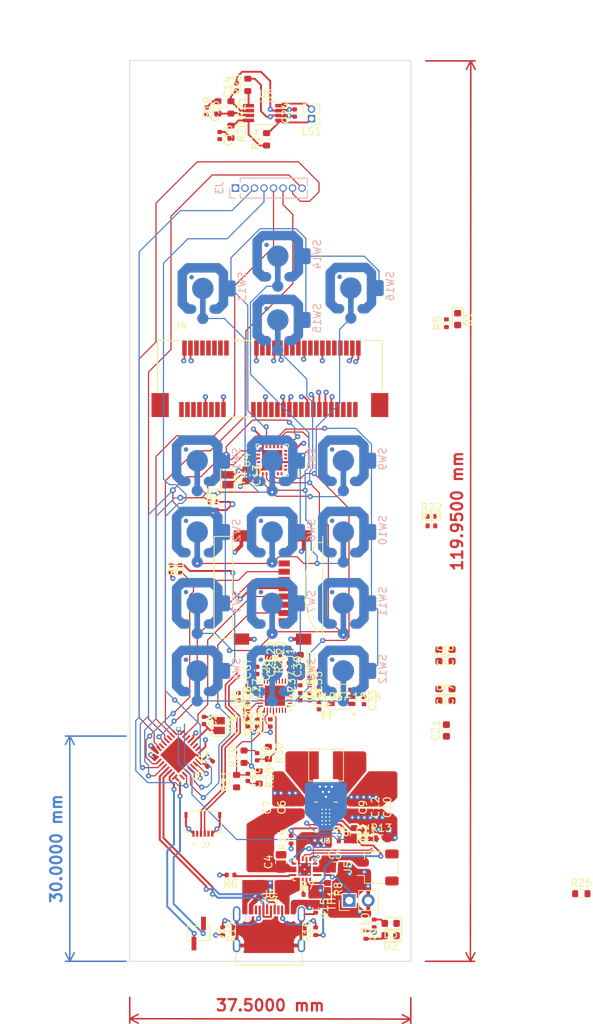
<source format=kicad_pcb>
(kicad_pcb (version 20211014) (generator pcbnew)
  (layers (0 "F.Cu" signal) (1 "In1.Cu" power) (2 "In2.Cu" power) (31 "B.Cu" signal) (35 "F.Paste" user) (36 "B.SilkS" user "B.Silkscreen") (37 "F.SilkS" user "F.Silkscreen") (38 "B.Mask" user) (39 "F.Mask" user) (44 "Edge.Cuts" user))
  (net 0 "")
  (net 1 "+3V3")
  (net 2 "GND")
  (net 3 "GNDPWR")
  (net 4 "Net-(C4-Pad1)")
  (net 5 "/audio/MCLK")
  (net 6 "/PCM_DOUT")
  (net 7 "/PCM_DIN")
  (net 8 "+1V8")
  (net 9 "Net-(D3-Pad2)")
  (net 11 "/~{CS_SD}")
  (net 12 "/MOSI_SD")
  (net 13 "/SCLK_SD")
  (net 14 "/MISO_SD")
  (net 16 "Net-(C5-Pad1)")
  (net 17 "Net-(C36-Pad2)")
  (net 18 "Net-(C8-Pad1)")
  (net 19 "Net-(C11-Pad2)")
  (net 20 "Net-(C30-Pad2)")
  (net 21 "Net-(C32-Pad2)")
  (net 22 "+5V")
  (net 23 "Net-(C34-Pad2)")
  (net 24 "DBVDD")
  (net 25 "Net-(L1-Pad1)")
  (net 26 "Net-(L1-Pad2)")
  (net 27 "Net-(C26-Pad2)")
  (net 28 "Net-(C28-Pad2)")
  (net 29 "Net-(C36-Pad1)")
  (net 30 "Net-(C38-Pad1)")
  (net 31 "Net-(C39-Pad1)")
  (net 32 "Net-(C39-Pad2)")
  (net 33 "Net-(TH1-Pad1)")
  (net 34 "/UART_RX")
  (net 35 "/UART_TX")
  (net 38 "Net-(C15-Pad1)")
  (net 39 "Net-(D1-Pad1)")
  (net 40 "/audio/SCL")
  (net 41 "/PCM_CLK")
  (net 42 "/PCM_SYNC")
  (net 43 "/audio/SDA")
  (net 44 "/MCU_D-")
  (net 45 "/MCU_D+")
  (net 46 "Net-(C14-Pad1)")
  (net 48 "/audio/OUT2+")
  (net 49 "/audio/OUT2-")
  (net 50 "/SCL")
  (net 51 "/SDA")
  (net 53 "/keypad/RST_GPIO")
  (net 55 "GNDA")
  (net 56 "Net-(R6-Pad1)")
  (net 57 "Net-(R7-Pad1)")
  (net 59 "/keypad/V1")
  (net 60 "/keypad/H1")
  (net 61 "/keypad/H2")
  (net 62 "/keypad/H3")
  (net 63 "/keypad/H4")
  (net 64 "/keypad/V2")
  (net 65 "/keypad/V3")
  (net 66 "/keypad/V4")
  (net 72 "Net-(R20-Pad1)")
  (net 76 "Net-(C2-Pad2)")
  (net 83 "/CHG_PWR")
  (net 84 "/PG_BATT")
  (net 86 "Net-(R2-Pad1)")
  (net 87 "/PG_PWR")
  (net 88 "/CE_PWR")
  (net 89 "/DC_TFT")
  (net 90 "/SCLK_TFT")
  (net 91 "/MOSI_TFT")
  (net 92 "/CS_TFT")
  (net 93 "/RST_TFT")
  (net 94 "/BL_TFT")
  (net 95 "/SWCLK")
  (net 96 "/SWDIO")
  (net 104 "Net-(C27-Pad1)")
  (net 106 "Net-(C27-Pad2)")
  (net 118 "Net-(R19-Pad1)")
  (net 119 "/audio/AMP_OFF")
  (net 120 "Net-(LS1-Pad1)")
  (net 122 "Net-(J6-PadA5)")
  (net 124 "Net-(J6-PadB5)")
  (net 126 "Net-(J6-PadS1)")
  (net 128 "Net-(C25-Pad1)")
  (net 129 "Net-(C11-Pad1)")
  (net 130 "Net-(C16-Pad1)")
  (net 131 "Net-(R27-Pad2)")
  (net 134 "Net-(LS1-Pad2)")
  (net 135 "/audio/IN+")
  (net 136 "Net-(C28-Pad1)")
  (net 137 "/audio/IN-")
  (net 138 "Net-(C40-Pad2)")
  (net 139 "/audio/1V8_EN")
  (net 140 "Net-(R8-Pad1)")
  (net 141 "Net-(D2-Pad2)")
  (net 142 "Net-(D1-Pad2)")
  (footprint "lib_fp:RT9193-18GB" (layer "F.Cu") (at 135.25 115.77 180)
    (fp_text reference "U7")
    (fp_text value "RT9193-18GB")
  )
  (footprint "Capacitor_SMD:C_0805_2012Metric" (layer "F.Cu") (at 134.34 138.51)
    (fp_text reference "C5")
    (fp_text value "4.7uF X5R")
  )
  (footprint "Resistor_SMD:R_0603_1608Metric" (layer "F.Cu") (at 125.5 111.230001 -90)
    (fp_text reference "R25")
    (fp_text value "47")
  )
  (footprint "Resistor_SMD:R_0402_1005Metric" (layer "F.Cu") (at 118.1 90.9)
    (fp_text reference "R4")
    (fp_text value "4.7k")
  )
  (footprint "Capacitor_SMD:C_0402_1005Metric" (layer "F.Cu") (at 132.25 112.75 90)
    (fp_text reference "C38")
    (fp_text value "2.2uF 6.3V")
  )
  (footprint "Capacitor_SMD:C_0402_1005Metric" (layer "F.Cu") (at 117.25 37.75 -90)
    (fp_text reference "C15")
    (fp_text value "100nF 6.3V")
  )
  (footprint "Capacitor_SMD:C_0402_1005Metric" (layer "F.Cu") (at 128.25 111.730001 -90)
    (fp_text reference "C30")
    (fp_text value "2.2uF 6.3V")
  )
  (footprint "Capacitor_SMD:C_0402_1005Metric" (layer "F.Cu") (at 132.25 114.9525 90)
    (fp_text reference "C40")
    (fp_text value "22nF")
  )
  (footprint "Connector_PinHeader_1.27mm:PinHeader_1x02_P1.27mm_Vertical" (layer "F.Cu") (at 131.25 38.75 180)
    (fp_text reference "LS1")
    (fp_text value "Earphone")
  )
  (footprint "Resistor_SMD:R_0402_1005Metric" (layer "F.Cu") (at 138.5 147.49 -90)
    (fp_text reference "R9")
    (fp_text value "1")
  )
  (footprint "Resistor_SMD:R_0402_1005Metric" (layer "F.Cu") (at 138.561233 133.483767 180)
    (fp_text reference "R11")
    (fp_text value "1M")
  )
  (footprint "Capacitor_SMD:C_0402_1005Metric" (layer "F.Cu") (at 124 123.75 -90)
    (fp_text reference "C39")
    (fp_text value "100nF 6.3V")
  )
  (footprint "Resistor_SMD:R_0402_1005Metric" (layer "F.Cu") (at 139.61 145.95 90)
    (fp_text reference "R10")
    (fp_text value "68")
  )
  (footprint "Capacitor_SMD:C_0402_1005Metric" (layer "F.Cu") (at 112.5 98.75 -90)
    (fp_text reference "C1")
    (fp_text value "10uF")
  )
  (footprint "Resistor_SMD:R_0402_1005Metric" (layer "F.Cu") (at 130.7 142.1)
    (fp_text reference "R7")
    (fp_text value "46.4k")
  )
  (footprint "Resistor_SMD:R_0402_1005Metric" (layer "F.Cu") (at 149.25 66 90)
    (fp_text reference "R5")
    (fp_text value "68")
  )
  (footprint "Capacitor_SMD:C_0402_1005Metric" (layer "F.Cu") (at 129.75 113.75 90)
    (fp_text reference "C37")
    (fp_text value "4.7uF 6.3V")
  )
  (footprint "Jumper:SolderJumper-2_P1.3mm_Open_Pad1.0x1.5mm" (layer "F.Cu") (at 118.93 119.6 -90)
    (fp_text reference "JP1")
    (fp_text value "SolderJumper_2_Open")
  )
  (footprint "lib_fp:HRS_FH34SRJ-6S-0.5SH(50)" (layer "F.Cu") (at 116.75 132.75 180)
    (fp_text reference "J7")
    (fp_text value "FH34SRJ-6S-0.5SH(50)")
  )
  (footprint "Resistor_SMD:R_0603_1608Metric" (layer "F.Cu") (at 136.956233 134.083767 -90)
    (fp_text reference "R12")
    (fp_text value "180k")
  )
  (footprint "Capacitor_SMD:C_0603_1608Metric" (layer "F.Cu") (at 150 110.25 90)
    (fp_text reference "C20")
    (fp_text value "NC 22pF 6.3V")
  )
  (footprint "Resistor_SMD:R_0402_1005Metric" (layer "F.Cu") (at 113.75 98.75 90)
    (fp_text reference "R1")
    (fp_text value "10k")
  )
  (footprint "Capacitor_SMD:C_0805_2012Metric" (layer "F.Cu") (at 127.19 137.76 90)
    (fp_text reference "C4")
    (fp_text value "4.7uF X5R")
  )
  (footprint "Capacitor_SMD:C_1206_3216Metric" (layer "F.Cu") (at 125.89 141.06 180)
    (fp_text reference "C3")
    (fp_text value "1uF X7R")
  )
  (footprint "Resistor_SMD:R_0402_1005Metric" (layer "F.Cu") (at 118.1 89.8)
    (fp_text reference "R3")
    (fp_text value "4.7k")
  )
  (footprint "Resistor_SMD:R_0603_1608Metric" (layer "F.Cu") (at 125.25 41.5 90)
    (fp_text reference "R24")
    (fp_text value "20k")
  )
  (footprint "Capacitor_SMD:C_0402_1005Metric" (layer "F.Cu") (at 121.5 115.75 -90)
    (fp_text reference "C28")
    (fp_text value "2.2uF 6.3V")
  )
  (footprint "Resistor_SMD:R_0402_1005Metric" (layer "F.Cu") (at 128.525 134.795 90)
    (fp_text reference "R14")
    (fp_text value "1M")
  )
  (footprint "Capacitor_SMD:C_0402_1005Metric" (layer "F.Cu") (at 127 111.730001 90)
    (fp_text reference "C25")
    (fp_text value "4.7uF 6.3V")
  )
  (footprint "Capacitor_SMD:C_0603_1608Metric" (layer "F.Cu") (at 126.766233 130.483767 90)
    (fp_text reference "C7")
    (fp_text value "10uF X5R")
  )
  (footprint "lib_fp:IC_TPS63020DSJR" (layer "F.Cu") (at 133.166233 131.783767 180)
    (fp_text reference "U3")
    (fp_text value "TPS63020DSJR")
  )
  (footprint "Capacitor_SMD:C_0603_1608Metric" (layer "F.Cu") (at 149.25 120.25 90)
    (fp_text reference "C21")
    (fp_text value "NC 22pF 6.3V")
  )
  (footprint "Resistor_SMD:R_0603_1608Metric" (layer "F.Cu") (at 140.551233 134.683767)
    (fp_text reference "R13")
    (fp_text value "180k")
  )
  (footprint "Capacitor_SMD:C_0402_1005Metric" (layer "F.Cu") (at 136.966233 130.483767 -90)
    (fp_text reference "C9")
    (fp_text value "22uF X5R")
  )
  (footprint "Capacitor_SMD:C_0402_1005Metric" (layer "F.Cu") (at 135.366233 134.983767)
    (fp_text reference "C8")
    (fp_text value "100nF X5/7R")
  )
  (footprint "Resistor_SMD:R_0402_1005Metric" (layer "F.Cu") (at 131.8 144 -90)
    (fp_text reference "R15")
    (fp_text value "1M")
  )
  (footprint "Resistor_SMD:R_0603_1608Metric" (layer "F.Cu") (at 122.75 34.25 90)
    (fp_text reference "R23")
    (fp_text value "20k")
  )
  (footprint "Capacitor_SMD:C_0402_1005Metric" (layer "F.Cu") (at 121.25 34.52 90)
    (fp_text reference "C14")
    (fp_text value "1uF 6.3V")
  )
  (footprint "Capacitor_SMD:C_0402_1005Metric" (layer "F.Cu") (at 122.75 117.25 90)
    (fp_text reference "C31")
    (fp_text value "4.7uF 6.3V")
  )
  (footprint "Capacitor_SMD:C_0402_1005Metric" (layer "F.Cu") (at 116.9 118.92 -90)
    (fp_text reference "C2")
    (fp_text value "100nF")
  )
  (footprint "Resistor_SMD:R_0402_1005Metric" (layer "F.Cu") (at 119.4 147 -90)
    (fp_text reference "R17")
    (fp_text value "5.11k")
  )
  (footprint "Resistor_SMD:R_0402_1005Metric" (layer "F.Cu") (at 147.26 91.73)
    (fp_text reference "R22")
    (fp_text value "10k")
  )
  (footprint "LED_SMD:LED_0603_1608Metric" (layer "F.Cu") (at 141.81 145.95 180)
    (fp_text reference "D3")
    (fp_text value "YELLOW LED")
  )
  (footprint "Capacitor_SMD:C_0402_1005Metric" (layer "F.Cu") (at 138.561233 134.683767)
    (fp_text reference "C11")
    (fp_text value "4.7pF")
  )
  (footprint "Capacitor_SMD:C_0402_1005Metric" (layer "F.Cu") (at 128.25 109.730001 90)
    (fp_text reference "C22")
    (fp_text value "100nF 6.3V")
  )
  (footprint "Resistor_SMD:R_0603_1608Metric" (layer "F.Cu") (at 120.5 40.5 -90)
    (fp_text reference "R20")
    (fp_text value "20k")
  )
  (footprint "Resistor_SMD:R_0603_1608Metric" (layer "F.Cu") (at 121.25 127 90)
    (fp_text reference "R31")
    (fp_text value "33")
  )
  (footprint "Resistor_SMD:R_0402_1005Metric" (layer "F.Cu") (at 120.45 139.5 180)
    (fp_text reference "R6")
    (fp_text value "46.4k")
  )
  (footprint "Resistor_SMD:R_0603_1608Metric" (layer "F.Cu") (at 167.25 142)
    (fp_text reference "R26")
    (fp_text value "0")
  )
  (footprint "Resistor_SMD:R_0603_1608Metric" (layer "F.Cu") (at 124.25 126.5 -90)
    (fp_text reference "R28")
    (fp_text value "22")
  )
  (footprint "Capacitor_SMD:C_0402_1005Metric" (layer "F.Cu") (at 129.75 115.75 90)
    (fp_text reference "C42")
    (fp_text value "2.2uF 6.3V")
  )
  (footprint "Connector_JST:JST_SH_SM02B-SRSS-TB_1x02-1MP_P1.00mm_Horizontal" (layer "F.Cu") (at 140.1 138.5 90)
    (fp_text reference "J5")
    (fp_text value "Battery")
  )
  (footprint "Resistor_SMD:R_0603_1608Metric" (layer "F.Cu") (at 118.75 37.25 90)
    (fp_text reference "R19")
    (fp_text value "20k")
  )
  (footprint "Connector_PinHeader_2.54mm:PinHeader_1x02_P2.54mm_Vertical" (layer "F.Cu") (at 136.275 142.9 90)
    (fp_text reference "TH1")
    (fp_text value "Thermistor_NTC")
  )
  (footprint "Capacitor_SMD:C_0402_1005Metric" (layer "F.Cu") (at 138.616233 130.483767 -90)
    (fp_text reference "C12")
    (fp_text value "22uF X5R")
  )
  (footprint "Jumper:SolderJumper-2_P1.3mm_Open_Pad1.0x1.5mm" (layer "F.Cu") (at 120.1 86.85 -90)
    (fp_text reference "JP2")
    (fp_text value "SolderJumper_2_Open")
  )
  (footprint "Package_DFN_QFN:QFN-32-1EP_5x5mm_P0.5mm_EP3.45x3.45mm" (layer "F.Cu") (at 113.5 123.5 -135)
    (fp_text reference "U1")
    (fp_text value "STM32L432KCUx")
  )
  (footprint "Capacitor_SMD:C_0603_1608Metric" (layer "F.Cu") (at 150 115.5 90)
    (fp_text reference "C19")
    (fp_text value "NC 22pF 6.3V")
  )
  (footprint "Capacitor_SMD:C_0603_1608Metric" (layer "F.Cu") (at 148.25 115.5 -90)
    (fp_text reference "C17")
    (fp_text value "NC 22pF 6.3V")
  )
  (footprint "Capacitor_SMD:C_0402_1005Metric" (layer "F.Cu") (at 119 41 -90)
    (fp_text reference "C16")
    (fp_text value "100nF 6.3V")
  )
  (footprint "lib_fp:QFN-24_EP_4x4_Pitch0.5mm" (layer "F.Cu") (at 126 84.25 90)
    (fp_text reference "U4")
    (fp_text value "AW9523BTQR")
  )
  (footprint "Capacitor_SMD:C_0402_1005Metric" (layer "F.Cu") (at 125.75 119.25 90)
    (fp_text reference "C34")
    (fp_text value "2.2uF 6.3V")
  )
  (footprint "Capacitor_SMD:C_0402_1005Metric" (layer "F.Cu") (at 127 109.730001 90)
    (fp_text reference "C23")
    (fp_text value "4.7uF 6.3V")
  )
  (footprint "Capacitor_SMD:C_0402_1005Metric" (layer "F.Cu") (at 124 112.25 -90)
    (fp_text reference "C26")
    (fp_text value "4.7uF 6.3V")
  )
  (footprint "Resistor_SMD:R_0402_1005Metric" (layer "F.Cu") (at 117.7 124.7 45)
    (fp_text reference "R2")
    (fp_text value "10k")
  )
  (footprint "lib_fp:ALC5616-CGT" (layer "F.Cu") (at 126.365001 115.615001 -90)
    (fp_text reference "U6")
    (fp_text value "ALC5616-CGT")
  )
  (footprint "lib_fp:IC_BQ24072RGTT" (layer "F.Cu") (at 130.3275 138.76 180)
    (fp_text reference "U2")
    (fp_text value "BQ24072RGTT")
  )
  (footprint "Resistor_SMD:R_0603_1608Metric" (layer "F.Cu") (at 133.38 141.39 -90)
    (fp_text reference "R8")
    (fp_text value "910")
  )
  (footprint "Resistor_SMD:R_0603_1608Metric" (layer "F.Cu") (at 120.5 37.25 -90)
    (fp_text reference "R21")
    (fp_text value "20k")
  )
  (footprint "lib_fp:SOFNG_MC-311D" (layer "F.Cu") (at 125.58 146.67)
    (fp_text reference "J6")
    (fp_text value "USB_C_Receptacle_USB2.0")
  )
  (footprint "Capacitor_SMD:C_0402_1005Metric" (layer "F.Cu") (at 124 119.25 90)
    (fp_text reference "C32")
    (fp_text value "2.2uF 6.3V")
  )
  (footprint "Connector_PinSocket_1.27mm:PinSocket_1x02_P1.27mm_Vertical_SMD_Pin1Left" (layer "F.Cu") (at 116.2 147.3 -90)
    (fp_text reference "J2")
    (fp_text value "SWDIO")
  )
  (footprint "Resistor_SMD:R_0402_1005Metric" (layer "F.Cu") (at 131.8 147 90)
    (fp_text reference "R16")
    (fp_text value "5.11k")
  )
  (footprint "Resistor_SMD:R_0603_1608Metric" (layer "F.Cu") (at 122.25 123.75 90)
    (fp_text reference "R29")
    (fp_text value "22")
  )
  (footprint "Capacitor_SMD:C_0402_1005Metric" (layer "F.Cu") (at 122.75 126.5 -90)
    (fp_text reference "C36")
    (fp_text value "100nF 6.3V")
  )
  (footprint "Capacitor_SMD:C_0603_1608Metric" (layer "F.Cu") (at 128.706233 130.483767 90)
    (fp_text reference "C6")
    (fp_text value "10uF X5R")
  )
  (footprint "lib_fp:MPIT4030" (layer "F.Cu") (at 133.166233 124.883767 180)
    (fp_text reference "L1")
    (fp_text value "1.5uH")
  )
  (footprint "Capacitor_SMD:C_0402_1005Metric" (layer "F.Cu") (at 131 113.75 -90)
    (fp_text reference "C35")
    (fp_text value "100nF 6.3V")
  )
  (footprint "Resistor_SMD:R_0402_1005Metric" (layer "F.Cu") (at 147.25 93)
    (fp_text reference "R18")
    (fp_text value "10k")
  )
  (footprint "Capacitor_SMD:C_0402_1005Metric" (layer "F.Cu") (at 132.25 116.9525 -90)
    (fp_text reference "C43")
    (fp_text value "1uF X7R")
  )
  (footprint "LED_SMD:LED_0603_1608Metric" (layer "F.Cu") (at 141.8 147.59 180)
    (fp_text reference "D2")
    (fp_text value "GREEN LED")
  )
  (footprint "Capacitor_SMD:C_0603_1608Metric" (layer "F.Cu") (at 122.5 86.25 -90)
    (fp_text reference "C13")
    (fp_text value "1uF")
  )
  (footprint "Resistor_SMD:R_0603_1608Metric" (layer "F.Cu") (at 125.5 123.25 -90)
    (fp_text reference "R30")
    (fp_text value "33")
  )
  (footprint "Capacitor_SMD:C_0603_1608Metric" (layer "F.Cu") (at 148.25 110.25 -90)
    (fp_text reference "C18")
    (fp_text value "NC 22pF 6.3V")
  )
  (footprint "Capacitor_SMD:C_0402_1005Metric" (layer "F.Cu") (at 131 115.75 -90)
    (fp_text reference "C41")
    (fp_text value "100nF 6.3V")
  )
  (footprint "Resistor_SMD:R_0603_1608Metric" (layer "F.Cu") (at 129.75 111 -90)
    (fp_text reference "R27")
    (fp_text value "0")
  )
  (footprint "lib_fp:LM4889MM" (layer "F.Cu") (at 125 38)
    (fp_text reference "U5")
    (fp_text value "LM4889MM")
  )
  (footprint "Capacitor_SMD:C_0402_1005Metric" (layer "F.Cu") (at 138.25 116.27 -90)
    (fp_text reference "C33")
    (fp_text value "1uF X7R")
  )
  (footprint "Capacitor_SMD:C_0402_1005Metric" (layer "F.Cu") (at 122.75 114.75 -90)
    (fp_text reference "C27")
    (fp_text value "2.2uF 6.3V")
  )
  (footprint "Capacitor_SMD:C_0402_1005Metric" (layer "F.Cu") (at 140.216233 130.483767 -90)
    (fp_text reference "C10")
    (fp_text value "22uF X5R")
  )
  (footprint "Capacitor_SMD:C_0402_1005Metric" (layer "F.Cu") (at 122.75 119.25 -90)
    (fp_text reference "C29")
    (fp_text value "100nF 6.3V")
  )
  (footprint "lib_fp:MOLEX_67910-5700" (layer "F.Cu") (at 123.9 73.4)
    (fp_text reference "J4")
    (fp_text value "Bus_PCI_Express_Mini")
  )
  (footprint "LED_SMD:LED_0603_1608Metric" (layer "F.Cu") (at 150.75 65.45 -90)
    (fp_text reference "D1")
    (fp_text value "LED")
  )
  (footprint "lib_fp:MOLEX_47219-2001" (layer "F.Cu") (at 125.5 101.2 90)
    (fp_text reference "J1")
    (fp_text value "47219-2001")
  )
  (footprint "Capacitor_SMD:C_0402_1005Metric" (layer "F.Cu") (at 129 38 90)
    (fp_text reference "C24")
    (fp_text value "1uF 6.3V")
  )
  (footprint "Keypad:snap dome" (layer "B.Cu") (at 116 84.3175 -90)
    (fp_text reference "SW1")
    (fp_text value "1")
  )
  (footprint "Keypad:snap dome" (layer "B.Cu") (at 136.5 61.3175 -90)
    (fp_text reference "SW16")
    (fp_text value "Call/OK")
  )
  (footprint "Keypad:snap dome" (layer "B.Cu") (at 116 93.8175 -90)
    (fp_text reference "SW2")
    (fp_text value "4")
  )
  (footprint "Keypad:snap dome" (layer "B.Cu") (at 116.75 61.3675 -90)
    (fp_text reference "SW13")
    (fp_text value "End/Back")
  )
  (footprint "Keypad:snap dome" (layer "B.Cu") (at 116 103.3175 -90)
    (fp_text reference "SW3")
    (fp_text value "7")
  )
  (footprint "Keypad:snap dome" (layer "B.Cu") (at 135.5 103.3175 -90)
    (fp_text reference "SW11")
    (fp_text value "9")
  )
  (footprint "Keypad:snap dome" (layer "B.Cu") (at 126 103.3175 -90)
    (fp_text reference "SW7")
    (fp_text value "8")
  )
  (footprint "Keypad:snap dome" (layer "B.Cu") (at 126 84.3175 -90)
    (fp_text reference "SW5")
    (fp_text value "2")
  )
  (footprint "Keypad:snap dome" (layer "B.Cu") (at 126.75 65.5675 -90)
    (fp_text reference "SW15")
    (fp_text value "Down")
  )
  (footprint "Keypad:snap dome" (layer "B.Cu") (at 126.75 57.0675 -90)
    (fp_text reference "SW14")
    (fp_text value "Up")
  )
  (footprint "Keypad:snap dome" (layer "B.Cu") (at 135.5 93.8175 -90)
    (fp_text reference "SW10")
    (fp_text value "6")
  )
  (footprint "Connector_PinSocket_1.27mm:PinSocket_1x08_P1.27mm_Vertical" (layer "B.Cu") (at 121.1 48 -90)
    (fp_text reference "J3")
    (fp_text value "Display")
  )
  (footprint "Keypad:snap dome" (layer "B.Cu") (at 135.5 112.3175 -90)
    (fp_text reference "SW12")
    (fp_text value "#")
  )
  (footprint "Keypad:snap dome" (layer "B.Cu") (at 135.5 84.3175 -90)
    (fp_text reference "SW9")
    (fp_text value "3")
  )
  (footprint "Keypad:snap dome" (layer "B.Cu") (at 126 112.3175 -90)
    (fp_text reference "SW8")
    (fp_text value "0")
  )
  (footprint "Keypad:snap dome" (layer "B.Cu") (at 126 93.8175 -90)
    (fp_text reference "SW6")
    (fp_text value "5")
  )
  (footprint "Keypad:snap dome" (layer "B.Cu") (at 116 112.3175 -90)
    (fp_text reference "SW4")
    (fp_text value "*")
  )
  (gr_poly (pts (xy 144.5 151) (xy 107 151) (xy 107 31) (xy 144.5 31)) (layer "Edge.Cuts") (width 0.1) (fill none))
  (dimension (type aligned) (layer "F.Cu") (pts (xy 107 155.3) (xy 144.5 155.35)) (height 3.35) (gr_text "37.5000 mm" (at 125.747933 156.874999 359.9236057) (layer "F.Cu") (effects (font (size 1.5 1.5) (thickness 0.3)))) (format (units 3) (units_format 1) (precision 4)) (style (thickness 0.2) (arrow_length 1.27) (text_position_mode 0) (extension_height 0.58642) (extension_offset 0.5) keep_text_aligned))
  (dimension (type aligned) (layer "F.Cu") (pts (xy 145.95 151) (xy 146 31.05)) (height 6.499961) (gr_text "119.9500 mm" (at 150.67496 91.026959 89.97611681) (layer "F.Cu") (effects (font (size 1.5 1.5) (thickness 0.3)))) (format (units 3) (units_format 1) (precision 4)) (style (thickness 0.2) (arrow_length 1.27) (text_position_mode 0) (extension_height 0.58642) (extension_offset 0.5) keep_text_aligned))
  (dimension (type aligned) (layer "B.Cu") (pts (xy 107 151) (xy 107 121)) (height -8) (gr_text "30.0000 mm" (at 97.2 136 90) (layer "B.Cu") (effects (font (size 1.5 1.5) (thickness 0.3)))) (format (units 3) (units_format 1) (precision 4)) (style (thickness 0.2) (arrow_length 1.27) (text_position_mode 0) (extension_height 0.58642) (extension_offset 0.5) keep_text_aligned))
  (segment (start 116.46101 123.013864) (end 116.486136 123.013864) (width 0.25) (layer "F.Cu") (net 1))
  (segment (start 127.6 101.3) (end 123.2 101.3) (width 0.25) (layer "F.Cu") (net 1))
  (segment (start 115.8255 120.569817) (end 115.49 120.905317) (width 0.25) (layer "F.Cu") (net 1))
  (segment (start 120.4 89.8) (end 120.7 90.1) (width 0.25) (layer "F.Cu") (net 1))
  (segment (start 128.252558 38.378661) (end 128.898661 38.378661) (width 0.25) (layer "F.Cu") (net 1))
  (segment (start 112.53 98.24) (end 112.5 98.27) (width 0.25) (layer "F.Cu") (net 1))
  (segment (start 115 99) (end 114.24 98.24) (width 0.25) (layer "F.Cu") (net 1))
  (segment (start 121.5 85.6) (end 120.95 86.15) (width 0.25) (layer "F.Cu") (net 1))
  (segment (start 115.49 121.16) (end 115.050349 121.599651) (width 0.25) (layer "F.Cu") (net 1))
  (segment (start 120.95 86.15) (end 120.15 86.15) (width 0.25) (layer "F.Cu") (net 1))
  (segment (start 132.3 77.5) (end 132.3 75.3) (width 0.25) (layer "F.Cu") (net 1))
  (segment (start 124.5 37.75) (end 125.25 38.5) (width 0.25) (layer "F.Cu") (net 1))
  (segment (start 118.61 89.8) (end 120.4 89.8) (width 0.25) (layer "F.Cu") (net 1))
  (segment (start 126.3 69.3) (end 126.3 70.9) (width 0.25) (layer "F.Cu") (net 1))
  (segment (start 141 132.2125) (end 141 132.08) (width 0.25) (layer "F.Cu") (net 1))
  (segment (start 117.1 122.4) (end 117.1 121.5) (width 0.25) (layer "F.Cu") (net 1))
  (segment (start 125.925 38.325) (end 125.75 38.5) (width 0.25) (layer "F.Cu") (net 1))
  (segment (start 127.15 38.325) (end 125.925 38.325) (width 0.25) (layer "F.Cu") (net 1))
  (segment (start 131.3743 137.0632) (end 131.0775 137.36) (width 0.25) (layer "F.Cu") (net 1))
  (segment (start 127.15 38.325) (end 128.198897 38.325) (width 0.25) (layer "F.Cu") (net 1))
  (segment (start 132.042205 137.155099) (end 131.950307 137.0632) (width 0.25) (layer "F.Cu") (net 1))
  (segment (start 128.898661 38.378661) (end 129 38.48) (width 0.25) (layer "F.Cu") (net 1))
  (segment (start 122.75 33.425) (end 123.675 33.425) (width 0.25) (layer "F.Cu") (net 1))
  (segment (start 119.9 90.9) (end 118.61 90.9) (width 0.25) (layer "F.Cu") (net 1))
  (segment (start 114.24 98.24) (end 113.75 98.24) (width 0.25) (layer "F.Cu") (net 1))
  (segment (start 123.675 33.425) (end 124.5 34.25) (width 0.25) (layer "F.Cu") (net 1))
  (segment (start 122.375 85.6) (end 123.975 84) (width 0.25) (layer "F.Cu") (net 1))
  (segment (start 123.2 101.3) (end 121.75 102.75) (width 0.25) (layer "F.Cu") (net 1))
  (segment (start 123.975 84) (end 124.2 84) (width 0.25) (layer "F.Cu") (net 1))
  (segment (start 115.49 120.905317) (end 115.49 121.16) (width 0.25) (layer "F.Cu") (net 1))
  (segment (start 132.3 75.3) (end 132.2 75.2) (width 0.25) (layer "F.Cu") (net 1))
  (segment (start 113.75 98.24) (end 112.53 98.24) (width 0.25) (layer "F.Cu") (net 1))
  (segment (start 121.5 85.6) (end 122.375 85.6) (width 0.25) (layer "F.Cu") (net 1))
  (segment (start 137.5 70.754466) (end 137.5 69.3) (width 0.25) (layer "F.Cu") (net 1))
  (segment (start 120.5 99) (end 115 99) (width 0.25) (layer "F.Cu") (net 1))
  (segment (start 114.3 69.3) (end 114.3 70.9) (width 0.25) (layer "F.Cu") (net 1))
  (segment (start 120.7 90.1) (end 119.9 90.9) (width 0.25) (layer "F.Cu") (net 1))
  (segment (start 141 132.2) (end 140.59 131.79) (width 0.25) (layer "F.Cu") (net 1))
  (segment (start 138.5 146.98) (end 139.44 146.98) (width 0.15) (layer "F.Cu") (net 1))
  (segment (start 133.1 77.5) (end 133.1 75.3) (width 0.25) (layer "F.Cu") (net 1))
  (segment (start 125.25 38.5) (end 125.75 38.5) (width 0.25) (layer "F.Cu") (net 1))
  (segment (start 133.1 75.3) (end 133.2 75.2) (width 0.25) (layer "F.Cu") (net 1))
  (segment (start 128.525 135.995) (end 128.525 135.305) (width 0.25) (layer "F.Cu") (net 1))
  (segment (start 139.61 146.46) (end 139.61 147.15) (width 0.15) (layer "F.Cu") (net 1))
  (segment (start 141 132.2125) (end 141 132.2) (width 0.25) (layer "F.Cu") (net 1))
  (segment (start 128.198897 38.325) (end 128.252558 38.378661) (width 0.25) (layer "F.Cu") (net 1))
  (segment (start 131.950307 137.0632) (end 131.3743 137.0632) (width 0.25) (layer "F.Cu") (net 1))
  (segment (start 132.10904 137.088264) (end 132.042205 137.155099) (width 0.25) (layer "F.Cu") (net 1))
  (segment (start 124.5 34.25) (end 124.5 37.75) (width 0.25) (layer "F.Cu") (net 1))
  (segment (start 116.486136 123.013864) (end 117.1 122.4) (width 0.25) (layer "F.Cu") (net 1))
  (segment (start 137.142029 71.112437) (end 137.5 70.754466) (width 0.25) (layer "F.Cu") (net 1))
  (segment (start 120.75 99.25) (end 120.5 99) (width 0.25) (layer "F.Cu") (net 1))
  (segment (start 120.15 86.15) (end 120.1 86.2) (width 0.25) (layer "F.Cu") (net 1))
  (segment (start 114.3 70.9) (end 114.2 71) (width 0.25) (layer "F.Cu") (net 1))
  (segment (start 126.3 70.9) (end 126.2 71) (width 0.25) (layer "F.Cu") (net 1))
  (via (at 120.75 99.25) (size 0.7) (drill 0.3) (layers "F.Cu" "B.Cu") (net 1))
  (via (at 115.8255 120.569817) (size 0.7) (drill 0.3) (layers "F.Cu" "B.Cu") (net 1))
  (via (at 114.2 71) (size 0.7) (drill 0.3) (layers "F.Cu" "B.Cu") (net 1))
  (via (at 132.10904 137.088264) (size 0.45) (drill 0.2) (layers "F.Cu" "B.Cu") (net 1))
  (via (at 138.306233 131.843767) (size 0.7) (drill 0.3) (layers "F.Cu" "B.Cu") (net 1))
  (via (at 126.2 71) (size 0.7) (drill 0.3) (layers "F.Cu" "B.Cu") (net 1))
  (via (at 117.1 121.5) (size 0.7) (drill 0.3) (layers "F.Cu" "B.Cu") (net 1))
  (via (at 121.75 102.75) (size 0.7) (drill 0.3) (layers "F.Cu" "B.Cu") (net 1))
  (via (at 141.706233 133.643767) (size 0.7) (drill 0.3) (layers "F.Cu" "B.Cu") (net 1))
  (via (at 137.506233 131.843767) (size 0.7) (drill 0.3) (layers "F.Cu" "B.Cu") (net 1))
  (via (at 128.252558 38.378661) (size 0.7) (drill 0.3) (layers "F.Cu" "B.Cu") (net 1))
  (via (at 136.706233 131.843767) (size 0.7) (drill 0.3) (layers "F.Cu" "B.Cu") (net 1))
  (via (at 121.5 85.6) (size 0.7) (drill 0.3) (layers "F.Cu" "B.Cu") (net 1))
  (via (at 139.906233 131.843767) (size 0.7) (drill 0.3) (layers "F.Cu" "B.Cu") (net 1))
  (via (at 137.142029 71.112437) (size 0.7) (drill 0.3) (layers "F.Cu" "B.Cu") (net 1))
  (via (at 139.61 147.15) (size 0.7) (drill 0.3) (layers "F.Cu" "B.Cu") (net 1))
  (via (at 139.106233 131.843767) (size 0.7) (drill 0.3) (layers "F.Cu" "B.Cu") (net 1))
  (via (at 120.7 90.1) (size 0.8) (drill 0.4) (layers "F.Cu" "B.Cu") (net 1))
  (via (at 142.406233 134.543767) (size 0.7) (drill 0.3) (layers "F.Cu" "B.Cu") (net 1))
  (via (at 109.8 123.5) (size 0.7) (drill 0.3) (layers "F.Cu" "B.Cu") (net 1))
  (via (at 133.2 75.2) (size 0.7) (drill 0.3) (layers "F.Cu" "B.Cu") (net 1))
  (via (at 132.2 75.2) (size 0.7) (drill 0.3) (layers "F.Cu" "B.Cu") (net 1))
  (via (at 128.525 135.995) (size 0.7) (drill 0.3) (layers "F.Cu" "B.Cu") (net 1))
  (via (at 140.706233 131.843767) (size 0.7) (drill 0.3) (layers "F.Cu" "B.Cu") (net 1))
  (via (at 125.75 38.5) (size 0.7) (drill 0.3) (layers "F.Cu" "B.Cu") (net 1))
  (via (at 140.206233 133.443767) (size 0.7) (drill 0.3) (layers "F.Cu" "B.Cu") (net 1))
  (segment (start 120.75 101.75) (end 120.75 99.25) (width 0.25) (layer "B.Cu") (net 1))
  (segment (start 121.75 102.75) (end 120.75 101.75) (width 0.25) (layer "B.Cu") (net 1))
  (segment (start 128.25 84.5) (end 129.1 83.65) (width 0.25) (layer "F.Cu") (net 2))
  (segment (start 127.15 37.675) (end 128.150345 37.675) (width 0.25) (layer "F.Cu") (net 2))
  (segment (start 122.475 87.025) (end 123.475 87.025) (width 0.25) (layer "F.Cu") (net 2))
  (segment (start 129.9 82) (end 130.2 82) (width 0.25) (layer "F.Cu") (net 2))
  (segment (start 117.515015 123.793767) (end 118.060624 124.339376) (width 0.25) (layer "F.Cu") (net 2))
  (segment (start 131.8 147.51) (end 132.79 147.51) (width 0.25) (layer "F.Cu") (net 2))
  (segment (start 115.1 69.3) (end 115.1 71) (width 0.25) (layer "F.Cu") (net 2))
  (segment (start 130.3 70.7) (end 130.2 70.8) (width 0.25) (layer "F.Cu") (net 2))
  (segment (start 117.406233 123.793767) (end 117.106233 123.793767) (width 0.25) (layer "F.Cu") (net 2))
  (segment (start 124.75 82.45) (end 124.75 81.35) (width 0.25) (layer "F.Cu") (net 2))
  (segment (start 129.1 83.65) (end 129.1 82.8) (width 0.25) (layer "F.Cu") (net 2))
  (segment (start 121.75 87.75) (end 122.475 87.025) (width 0.25) (layer "F.Cu") (net 2))
  (segment (start 130.7 76.25) (end 130.25 75.8) (width 0.25) (layer "F.Cu") (net 2))
  (segment (start 117.1 77.5) (end 117.1 75.8) (width 0.25) (layer "F.Cu") (net 2))
  (segment (start 121.9 94.325) (end 121.9 95.6) (width 0.5) (layer "F.Cu") (net 2))
  (segment (start 125.1 77.5) (end 125.1 75.8) (width 0.25) (layer "F.Cu") (net 2))
  (segment (start 118.475 147.525) (end 119.385 147.525) (width 0.25) (layer "F.Cu") (net 2))
  (segment (start 124.2 85.5) (end 124.75 85.5) (width 0.25) (layer "F.Cu") (net 2))
  (segment (start 128.5 108.1) (end 128.525 108.075) (width 0.5) (layer "F.Cu") (net 2))
  (segment (start 119 131.5) (end 119 133) (width 0.25) (layer "F.Cu") (net 2))
  (segment (start 123.9 69.3) (end 123.9 71) (width 0.25) (layer "F.Cu") (net 2))
  (segment (start 112.5 99.75) (end 112.75 100) (width 0.25) (layer "F.Cu") (net 2))
  (segment (start 130.2 108.075) (end 128.525 108.075) (width 0.5) (layer "F.Cu") (net 2))
  (segment (start 130.7 77.5) (end 130.7 76.25) (width 0.25) (layer "F.Cu") (net 2))
  (segment (start 135.066233 132.783767) (end 136.876233 134.593767) (width 0.25) (layer "F.Cu") (net 2))
  (segment (start 129.1 82.8) (end 129.9 82) (width 0.25) (layer "F.Cu") (net 2))
  (segment (start 125.925 37.675) (end 125.75 37.5) (width 0.25) (layer "F.Cu") (net 2))
  (segment (start 130.2 94.325) (end 130.2 96.1) (width 0.5) (layer "F.Cu") (net 2))
  (segment (start 122 32.5) (end 124.5 32.5) (width 0.25) (layer "F.Cu") (net 2))
  (segment (start 127.8 84.5) (end 127.1 84.5) (width 0.25) (layer "F.Cu") (net 2))
  (segment (start 123.475 87.025) (end 124.2 86.3) (width 0.25) (layer "F.Cu") (net 2))
  (segment (start 121.25 34.04) (end 121.25 33.25) (width 0.25) (layer "F.Cu") (net 2))
  (segment (start 119.5 77.5) (end 119.5 75.8) (width 0.25) (layer "F.Cu") (net 2))
  (segment (start 128.3 76) (end 128.5 75.8) (width 0.25) (layer "F.Cu") (net 2))
  (segment (start 116.8 124.1) (end 116.574874 124.1) (width 0.25) (layer "F.Cu") (net 2))
  (segment (start 130.3 69.3) (end 130.3 70.7) (width 0.25) (layer "F.Cu") (net 2))
  (segment (start 127.8 84.5) (end 128.25 84.5) (width 0.25) (layer "F.Cu") (net 2))
  (segment (start 124.75 83) (end 124.9875 83.2375) (width 0.25) (layer "F.Cu") (net 2))
  (segment (start 116.46101 123.986136) (end 116.425654 123.986136) (width 0.25) (layer "F.Cu") (net 2))
  (segment (start 139.46071 135.56) (end 138.032466 135.56) (width 0.25) (layer "F.Cu") (net 2))
  (segment (start 124.75 85.5) (end 124.9875 85.2625) (width 0.25) (layer "F.Cu") (net 2))
  (segment (start 128.989775 37.530225) (end 129 37.52) (width 0.25) (layer "F.Cu") (net 2))
  (segment (start 121.9 108.075) (end 123.575 108.075) (width 0.5) (layer "F.Cu") (net 2))
  (segment (start 117.98 118.5) (end 118.43 118.95) (width 0.25) (layer "F.Cu") (net 2))
  (segment (start 117.67 118.44) (end 116.9 118.44) (width 0.25) (layer "F.Cu") (net 2))
  (segment (start 124.75 82.45) (end 124.75 83) (width 0.25) (layer "F.Cu") (net 2))
  (segment (start 116.425654 123.986136) (end 115.939518 123.5) (width 0.25) (layer "F.Cu") (net 2))
  (segment (start 127.15 37.675) (end 125.925 37.675) (width 0.25) (layer "F.Cu") (net 2))
  (segment (start 132.79 147.51) (end 132.8 147.5) (width 0.25) (layer "F.Cu") (net 2))
  (segment (start 133.9 77.5) (end 133.9 75.8) (width 0.25) (layer "F.Cu") (net 2))
  (segment (start 130.2 96.1) (end 129.9 96.4) (width 0.5) (layer "F.Cu") (net 2))
  (segment (start 132.7 69.3) (end 132.7 71) (width 0.25) (layer "F.Cu") (net 2))
  (segment (start 127.5 75.9) (end 127.4 75.8) (width 0.25) (layer "F.Cu") (net 2))
  (segment (start 127.5 77.5) (end 127.5 75.9) (width 0.25) (layer "F.Cu") (net 2))
  (segment (start 119 133) (end 118.625 133.375) (width 0.25) (layer "F.Cu") (net 2))
  (segment (start 123.6 108.1) (end 123.575 108.075) (width 0.5) (layer "F.Cu") (net 2))
  (segment (start 117.106233 123.793767) (end 116.8 124.1) (width 0.25) (layer "F.Cu") (net 2))
  (segment (start 134.566233 132.783767) (end 135.066233 132.783767) (width 0.25) (layer "F.Cu") (net 2))
  (segment (start 124.5 32.5) (end 125.75 33.75) (width 0.25) (layer "F.Cu") (net 2))
  (segment (start 114.5 133) (end 114.875 133.375) (width 0.25) (layer "F.Cu") (net 2))
  (segment (start 121.25 33.25) (end 122 32.5) (width 0.25) (layer "F.Cu") (net 2))
  (segment (start 131.5 77.5) (end 131.5 75.8) (width 0.25) (layer "F.Cu") (net 2))
  (segment (start 125.75 33.75) (end 125.75 37.5) (width 0.25) (layer "F.Cu") (net 2))
  (segment (start 127.1 69.3) (end 127.1 71) (width 0.25) (layer "F.Cu") (net 2))
  (segment (start 112.5 99.23) (end 112.5 99.75) (width 0.25) (layer "F.Cu") (net 2))
  (segment (start 114.5 131.5) (end 114.5 133) (width 0.25) (layer "F.Cu") (net 2))
  (segment (start 124.75 81.35) (end 123.5 80.1) (width 0.25) (layer "F.Cu") (net 2))
  (segment (start 140.5 137) (end 140.5 136.59929) (width 0.25) (layer "F.Cu") (net 2))
  (segment (start 136.7 69.3) (end 136.7 70.6) (width 0.25) (layer "F.Cu") (net 2))
  (segment (start 124.2 86.3) (end 124.2 85.5) (width 0.25) (layer "F.Cu") (net 2))
  (segment (start 131.5 75.8) (end 131.2 75.5) (width 0.25) (layer "F.Cu") (net 2))
  (segment (start 136.7 70.6) (end 136.3 71) (width 0.25) (layer "F.Cu") (net 2))
  (segment (start 138.032466 135.56) (end 137.066233 134.593767) (width 0.25) (layer "F.Cu") (net 2))
  (segment (start 116.574874 124.1) (end 116.46101 123.986136) (width 0.25) (layer "F.Cu") (net 2))
  (segment (start 128.3 77.5) (end 128.3 76) (width 0.25) (layer "F.Cu") (net 2))
  (segment (start 114.875 133.375) (end 115.5 134) (width 0.25) (layer "F.Cu") (net 2))
  (segment (start 121.9 95.6) (end 121 96.5) (width 0.5) (layer "F.Cu") (net 2))
  (segment (start 118.625 133.375) (end 118 134) (width 0.25) (layer "F.Cu") (net 2))
  (segment (start 140.5 136.59929) (end 139.46071 135.56) (width 0.25) (layer "F.Cu") (net 2))
  (segment (start 130.25 75.8) (end 129.9 75.8) (width 0.25) (layer "F.Cu") (net 2))
  (segment (start 128.150345 37.675) (end 128.29512 37.530225) (width 0.25) (layer "F.Cu") (net 2))
  (segment (start 117.406233 123.793767) (end 117.515015 123.793767) (width 0.25) (layer "F.Cu") (net 2))
  (segment (start 128.29512 37.530225) (end 128.989775 37.530225) (width 0.25) (layer "F.Cu") (net 2))
  (segment (start 119.94 139.5) (end 119 139.5) (width 0.25) (layer "F.Cu") (net 2))
  (segment (start 115.939518 123.5) (end 113.5 123.5) (width 0.25) (layer "F.Cu") (net 2))
  (via (at 131.2 75.5) (size 0.7) (drill 0.3) (layers "F.Cu" "B.Cu") (net 2))
  (via (at 132.44 141.56) (size 0.7) (drill 0.3) (layers "F.Cu" "B.Cu") (net 2))
  (via (at 117.1 75.8) (size 0.7) (drill 0.3) (layers "F.Cu" "B.Cu") (net 2))
  (via (at 128.5 75.8) (size 0.7) (drill 0.3) (layers "F.Cu" "B.Cu") (net 2))
  (via (at 129.9 96.4) (size 0.7) (drill 0.3) (layers "F.Cu" "B.Cu") (net 2))
  (via (at 118.625 133.375) (size 0.7) (drill 0.3) (layers "F.Cu" "B.Cu") (net 2))
  (via (at 117.406233 123.793767) (size 0.7) (drill 0.3) (layers "F.Cu" "B.Cu") (net 2))
  (via (at 121.75 87.75) (size 0.7) (drill 0.3) (layers "F.Cu" "B.Cu") (net 2))
  (via (at 117.73 118.5) (size 0.7) (drill 0.3) (layers "F.Cu" "B.Cu") (net 2))
  (via (at 129.9 75.8) (size 0.7) (drill 0.3) (layers "F.Cu" "B.Cu") (net 2))
  (via (at 134 75.8) (size 0.7) (drill 0.3) (layers "F.Cu" "B.Cu") (net 2))
  (via (at 123.6 108.1) (size 0.7) (drill 0.3) (layers "F.Cu" "B.Cu") (net 2))
  (via (at 127.4 75.8) (size 0.7) (drill 0.3) (layers "F.Cu" "B.Cu") (net 2))
  (via (at 112.75 100) (size 0.7) (drill 0.3) (layers "F.Cu" "B.Cu") (net 2))
  (via (at 123.9 71) (size 0.7) (drill 0.3) (layers "F.Cu" "B.Cu") (net 2))
  (via (at 123.5 80.1) (size 0.7) (drill 0.3) (layers "F.Cu" "B.Cu") (net 2))
  (via (at 109.8 122.29) (size 0.7) (drill 0.3) (layers "F.Cu" "B.Cu") (net 2))
  (via (at 115.2 71) (size 0.7) (drill 0.3) (layers "F.Cu" "B.Cu") (net 2))
  (via (at 132.8 147.5) (size 0.7) (drill 0.3) (layers "F.Cu" "B.Cu") (net 2))
  (via (at 132.7 71) (size 0.7) (drill 0.3) (layers "F.Cu" "B.Cu") (net 2))
  (via (at 140.5 137) (size 0.7) (drill 0.3) (layers "F.Cu" "B.Cu") (net 2))
  (via (at 125.75 37.5) (size 0.7) (drill 0.3) (layers "F.Cu" "B.Cu") (net 2))
  (via (at 130.2 82) (size 0.7) (drill 0.3) (layers "F.Cu" "B.Cu") (net 2))
  (via (at 119 139.5) (size 0.7) (drill 0.3) (layers "F.Cu" "B.Cu") (net 2))
  (via (at 118.475 147.525) (size 0.7) (drill 0.3) (layers "F.Cu" "B.Cu") (net 2))
  (via (at 128.5 108.1) (size 0.7) (drill 0.3) (layers "F.Cu" "B.Cu") (net 2))
  (via (at 125.1 75.8) (size 0.7) (drill 0.3) (layers "F.Cu" "B.Cu") (net 2))
  (via (at 136.3 71) (size 0.7) (drill 0.3) (layers "F.Cu" "B.Cu") (net 2))
  (via (at 128.29512 37.530225) (size 0.7) (drill 0.3) (layers "F.Cu" "B.Cu") (net 2))
  (via (at 119.5 75.8) (size 0.7) (drill 0.3) (layers "F.Cu" "B.Cu") (net 2))
  (via (at 130.2 70.8) (size 0.7) (drill 0.3) (layers "F.Cu" "B.Cu") (net 2))
  (via (at 121 96.5) (size 0.7) (drill 0.3) (layers "F.Cu" "B.Cu") (net 2))
  (via (at 114.875 133.375) (size 0.7) (drill 0.3) (layers "F.Cu" "B.Cu") (net 2))
  (via (at 127.2 70.9) (size 0.7) (drill 0.3) (layers "F.Cu" "B.Cu") (net 2))
  (segment (start 132.8 141.92) (end 132.44 141.56) (width 0.25) (layer "B.Cu") (net 2))
  (segment (start 132.44 140.463655) (end 133 139.903655) (width 0.25) (layer "B.Cu") (net 2))
  (segment (start 133 138.5) (end 134.5 137) (width 0.25) (layer "B.Cu") (net 2))
  (segment (start 134.5 137) (end 140.5 137) (width 0.25) (layer "B.Cu") (net 2))
  (segment (start 132.8 147.5) (end 132.8 141.92) (width 0.25) (layer "B.Cu") (net 2))
  (segment (start 132.44 141.56) (end 132.44 140.463655) (width 0.25) (layer "B.Cu") (net 2))
  (segment (start 133 139.903655) (end 133 138.5) (width 0.25) (layer "B.Cu") (net 2))
  (segment (start 130.5775 137.36) (end 130.5775 138.260999) (width 0.25) (layer "F.Cu") (net 3))
  (segment (start 129.5775 138.01) (end 129.7475 138.18) (width 0.25) (layer "F.Cu") (net 3))
  (segment (start 129.5775 137.36) (end 129.5775 138.01) (width 0.25) (layer "F.Cu") (net 3))
  (segment (start 130.5775 138.260999) (end 130.3275 138.260999) (width 0.25) (layer "F.Cu") (net 3))
  (via (at 136.34 139.36) (size 0.7) (drill 0.3) (layers "F.Cu" "B.Cu") (net 3))
  (via (at 128.306233 128.583767) (size 0.7) (drill 0.3) (layers "F.Cu" "B.Cu") (net 3))
  (via (at 136.566233 129.133767) (size 0.7) (drill 0.3) (layers "F.Cu" "B.Cu") (net 3))
  (via (at 138.3 139.1) (size 0.7) (drill 0.3) (layers "F.Cu" "B.Cu") (net 3))
  (via (at 138.8 141) (size 0.7) (drill 0.3) (layers "F.Cu" "B.Cu") (net 3))
  (via (at 137.366233 129.133767) (size 0.7) (drill 0.3) (layers "F.Cu" "B.Cu") (net 3))
  (via (at 133.3 134.9) (size 0.7) (drill 0.3) (layers "F.Cu" "B.Cu") (net 3))
  (via (at 138.216233 129.133767) (size 0.7) (drill 0.3) (layers "F.Cu" "B.Cu") (net 3))
  (via (at 133.966233 127.733767) (size 0.7) (drill 0.3) (layers "F.Cu" "B.Cu") (net 3))
  (via (at 132.9 135.6) (size 0.7) (drill 0.3) (layers "F.Cu" "B.Cu") (net 3))
  (via (at 132.766233 128.433767) (size 0.7) (drill 0.3) (layers "F.Cu" "B.Cu") (net 3))
  (via (at 139.866233 129.133767) (size 0.7) (drill 0.3) (layers "F.Cu" "B.Cu") (net 3))
  (via (at 132.1 135.6) (size 0.7) (drill 0.3) (layers "F.Cu" "B.Cu") (net 3))
  (via (at 125.74 141.46) (size 0.7) (drill 0.3) (layers "F.Cu" "B.Cu") (net 3))
  (via (at 139.016233 129.133767) (size 0.7) (drill 0.3) (layers "F.Cu" "B.Cu") (net 3))
  (via (at 137.7 144.4) (size 0.7) (drill 0.3) (layers "F.Cu" "B.Cu") (net 3))
  (via (at 133.566233 128.433767) (size 0.7) (drill 0.3) (layers "F.Cu" "B.Cu") (net 3))
  (via (at 127.166233 128.583767) (size 0.7) (drill 0.3) (layers "F.Cu" "B.Cu") (net 3))
  (via (at 129.106233 128.583767) (size 0.7) (drill 0.3) (layers "F.Cu" "B.Cu") (net 3))
  (via (at 125.74 140.56) (size 0.7) (drill 0.3) (layers "F.Cu" "B.Cu") (net 3))
  (via (at 133.166233 127.733767) (size 0.7) (drill 0.3) (layers "F.Cu" "B.Cu") (net 3))
  (via (at 136.34 138.36) (size 0.7) (drill 0.3) (layers "F.Cu" "B.Cu") (net 3))
  (via (at 132.366233 127.733767) (size 0.7) (drill 0.3) (layers "F.Cu" "B.Cu") (net 3))
  (via (at 133.166233 129.083767) (size 0.7) (drill 0.3) (layers "F.Cu" "B.Cu") (net 3))
  (via (at 131 143.85) (size 0.7) (drill 0.3) (layers "F.Cu" "B.Cu") (net 3))
  (via (at 126.366233 128.583767) (size 0.7) (drill 0.3) (layers "F.Cu" "B.Cu") (net 3))
  (via (at 132.5 134.9) (size 0.7) (drill 0.3) (layers "F.Cu" "B.Cu") (net 3))
  (via (at 131.7 134.9) (size 0.7) (drill 0.3) (layers "F.Cu" "B.Cu") (net 3))
  (segment (start 122.77 117.73) (end 122.75 117.73) (width 0.15) (layer "F.Cu") (net 8))
  (segment (start 122.75 118.77) (end 122.75 117.73) (width 0.15) (layer "F.Cu") (net 8))
  (segment (start 124.424301 116.615002) (end 123.884998 116.615002) (width 0.15) (layer "F.Cu") (net 8))
  (segment (start 123.884998 116.615002) (end 122.77 117.73) (width 0.15) (layer "F.Cu") (net 8))
  (segment (start 139.61 145.44) (end 140.5125 145.44) (width 0.25) (layer "F.Cu") (net 9))
  (segment (start 140.5125 145.44) (end 141.0225 145.95) (width 0.25) (layer "F.Cu") (net 9))
  (segment (start 110.0284 124.682995) (end 110.549238 124.682995) (width 0.15) (layer "F.Cu") (net 11))
  (segment (start 122.65 99.1) (end 127.6 99.1) (width 0.15) (layer "F.Cu") (net 11))
  (segment (start 113.75 99.26) (end 114.01 99.26) (width 0.15) (layer "F.Cu") (net 11))
  (segment (start 115.5 100.75) (end 116 100.25) (width 0.15) (layer "F.Cu") (net 11))
  (segment (start 116 100.25) (end 121.5 100.25) (width 0.15) (layer "F.Cu") (net 11))
  (segment (start 110.549238 124.682995) (end 110.892544 124.339689) (width 0.15) (layer "F.Cu") (net 11))
  (segment (start 115 102.25) (end 115.5 101.75) (width 0.15) (layer "F.Cu") (net 11))
  (segment (start 109.175 121.5005) (end 109.175 123.829595) (width 0.15) (layer "F.Cu") (net 11))
  (segment (start 109.175 123.829595) (end 110.0284 124.682995) (width 0.15) (layer "F.Cu") (net 11))
  (segment (start 115.5 101.75) (end 115.5 100.75) (width 0.15) (layer "F.Cu") (net 11))
  (segment (start 115 115.8) (end 115 102.25) (width 0.15) (layer "F.Cu") (net 11))
  (segment (start 121.5 100.25) (end 122.65 99.1) (width 0.15) (layer "F.Cu") (net 11))
  (segment (start 109.6755 121) (end 109.175 121.5005) (width 0.15) (layer "F.Cu") (net 11))
  (segment (start 112.8 118) (end 115 115.8) (width 0.15) (layer "F.Cu") (net 11))
  (segment (start 114.01 99.26) (end 115.5 100.75) (width 0.15) (layer "F.Cu") (net 11))
  (via (at 112.8 118) (size 0.7) (drill 0.3) (layers "F.Cu" "B.Cu") (net 11))
  (via (at 109.6755 121) (size 0.7) (drill 0.3) (layers "F.Cu" "B.Cu") (net 11))
  (segment (start 109.6755 120.9495) (end 109.6755 121) (width 0.15) (layer "B.Cu") (net 11))
  (segment (start 112.625 118) (end 109.6755 120.9495) (width 0.15) (layer "B.Cu") (net 11))
  (segment (start 112.8 118) (end 112.625 118) (width 0.15) (layer "B.Cu") (net 11))
  (segment (start 116 107.6) (end 123.4 100.2) (width 0.15) (layer "F.Cu") (net 12))
  (segment (start 110.9 121.1) (end 111.306345 121.506345) (width 0.15) (layer "F.Cu") (net 12))
  (segment (start 112.9 119) (end 113.1 119) (width 0.15) (layer "F.Cu") (net 12))
  (segment (start 116 116.1) (end 116 107.6) (width 0.15) (layer "F.Cu") (net 12))
  (segment (start 111.306345 121.506345) (end 111.306345 121.659898) (width 0.15) (layer "F.Cu") (net 12))
  (segment (start 123.4 100.2) (end 127.6 100.2) (width 0.15) (layer "F.Cu") (net 12))
  (segment (start 113.1 119) (end 116 116.1) (width 0.15) (layer "F.Cu") (net 12))
  (segment (start 111.306345 121.659898) (end 111.599651 121.953204) (width 0.15) (layer "F.Cu") (net 12))
  (via (at 110.9 121.1) (size 0.7) (drill 0.3) (layers "F.Cu" "B.Cu") (net 12))
  (via (at 112.9 119) (size 0.7) (drill 0.3) (layers "F.Cu" "B.Cu") (net 12))
  (segment (start 112.9 119) (end 112.9 119.15) (width 0.15) (layer "B.Cu") (net 12))
  (segment (start 112.9 119.15) (end 110.95 121.1) (width 0.15) (layer "B.Cu") (net 12))
  (segment (start 110.95 121.1) (end 110.9 121.1) (width 0.15) (layer "B.Cu") (net 12))
  (segment (start 117.4 116.8) (end 117.4 108.2) (width 0.15) (layer "F.Cu") (net 13))
  (segment (start 114.339689 120.892544) (end 116.1 119.132233) (width 0.15) (layer "F.Cu") (net 13))
  (segment (start 117.4 108.2) (end 123.2 102.4) (width 0.15) (layer "F.Cu") (net 13))
  (segment (start 116.1 119.132233) (end 116.1 118.1) (width 0.15) (layer "F.Cu") (net 13))
  (segment (start 123.2 102.4) (end 127.6 102.4) (width 0.15) (layer "F.Cu") (net 13))
  (segment (start 116.1 118.1) (end 117.4 116.8) (width 0.15) (layer "F.Cu") (net 13))
  (segment (start 118.75 108.85) (end 123 104.6) (width 0.15) (layer "F.Cu") (net 14))
  (segment (start 116.8 129.2) (end 116.85 129.25) (width 0.15) (layer "F.Cu") (net 14))
  (segment (start 114.693243 125.753903) (end 115.1 126.16066) (width 0.15) (layer "F.Cu") (net 14))
  (segment (start 115.1 127.5) (end 116.8 129.2) (width 0.15) (layer "F.Cu") (net 14))
  (segment (start 115.1 126.16066) (end 115.1 127.5) (width 0.15) (layer "F.Cu") (net 14))
  (segment (start 118.75 117) (end 118.75 108.85) (width 0.15) (layer "F.Cu") (net 14))
  (segment (start 123 104.6) (end 127.6 104.6) (width 0.15) (layer "F.Cu") (net 14))
  (via (at 116.8 129.2) (size 0.7) (drill 0.3) (layers "F.Cu" "B.Cu") (net 14))
  (via (at 118.75 117) (size 0.7) (drill 0.3) (layers "F.Cu" "B.Cu") (net 14))
  (segment (start 120.4 118.65) (end 120.4 120.7) (width 0.15) (layer "B.Cu") (net 14))
  (segment (start 120.4 120.7) (end 118.9 122.2) (width 0.15) (layer "B.Cu") (net 14))
  (segment (start 118.9 122.2) (end 118.9 127.2) (width 0.15) (layer "B.Cu") (net 14))
  (segment (start 118.9 127.2) (end 116.85 129.25) (width 0.15) (layer "B.Cu") (net 14))
  (segment (start 118.75 117) (end 120.4 118.65) (width 0.15) (layer "B.Cu") (net 14))
  (segment (start 122.75 126.98) (end 123.095 127.325) (width 0.15) (layer "F.Cu") (net 17))
  (segment (start 123.095 127.325) (end 124.25 127.325) (width 0.15) (layer "F.Cu") (net 17))
  (segment (start 130.6 132.6) (end 130.8 132.8) (width 0.15) (layer "F.Cu") (net 18))
  (segment (start 134.966233 133.683767) (end 134.966233 134.183767) (width 0.25) (layer "F.Cu") (net 18))
  (segment (start 134.566233 133.283767) (end 134.966233 133.683767) (width 0.25) (layer "F.Cu") (net 18))
  (segment (start 130.8 132.8) (end 130.9 132.8) (width 0.15) (layer "F.Cu") (net 18))
  (segment (start 134.966233 134.183767) (end 134.966233 134.903767) (width 0.25) (layer "F.Cu") (net 18))
  (segment (start 130.916233 132.783767) (end 131.766233 132.783767) (width 0.15) (layer "F.Cu") (net 18))
  (segment (start 130.9 132.8) (end 130.916233 132.783767) (width 0.15) (layer "F.Cu") (net 18))
  (via (at 134.966233 134.183767) (size 0.7) (drill 0.3) (layers "F.Cu" "B.Cu") (net 18))
  (via (at 130.6 132.6) (size 0.7) (drill 0.3) (layers "F.Cu" "B.Cu") (net 18))
  (segment (start 130.6 132.6) (end 131.943767 133.943767) (width 0.15) (layer "B.Cu") (net 18))
  (segment (start 131.943767 133.943767) (end 134.656233 133.943767) (width 0.15) (layer "B.Cu") (net 18))
  (segment (start 134.656233 133.943767) (end 134.956233 134.243767) (width 0.15) (layer "B.Cu") (net 18))
  (segment (start 140.161233 134.693767) (end 139.051233 134.693767) (width 0.25) (layer "F.Cu") (net 19))
  (segment (start 124 117.439302) (end 124.424301 117.015001) (width 0.15) (layer "F.Cu") (net 21))
  (segment (start 124 118.77) (end 124 117.439302) (width 0.15) (layer "F.Cu") (net 21))
  (segment (start 122.905 126.175) (end 122.75 126.02) (width 0.15) (layer "F.Cu") (net 29))
  (segment (start 124.75 120.25) (end 123.25 121.75) (width 0.15) (layer "F.Cu") (net 29))
  (segment (start 124.75 117.770702) (end 124.75 120.25) (width 0.15) (layer "F.Cu") (net 29))
  (segment (start 121.25 122.5) (end 121.25 126.175) (width 0.15) (layer "F.Cu") (net 29))
  (segment (start 121.25 126.175) (end 122.595 126.175) (width 0.15) (layer "F.Cu") (net 29))
  (segment (start 122.595 126.175) (end 122.75 126.02) (width 0.15) (layer "F.Cu") (net 29))
  (segment (start 122 121.75) (end 121.25 122.5) (width 0.15) (layer "F.Cu") (net 29))
  (segment (start 123.25 121.75) (end 122 121.75) (width 0.15) (layer "F.Cu") (net 29))
  (segment (start 124.965001 117.555701) (end 124.75 117.770702) (width 0.15) (layer "F.Cu") (net 29))
  (segment (start 124 123.27) (end 123.655 122.925) (width 0.15) (layer "F.Cu") (net 31))
  (segment (start 123.655 122.925) (end 122.25 122.925) (width 0.15) (layer "F.Cu") (net 31))
  (segment (start 124.155 124.075) (end 124 124.23) (width 0.15) (layer "F.Cu") (net 32))
  (segment (start 126.165001 117.555701) (end 126.165001 118.136907) (width 0.15) (layer "F.Cu") (net 32))
  (segment (start 126.5 123.075) (end 125.5 124.075) (width 0.15) (layer "F.Cu") (net 32))
  (segment (start 126.5 118.471906) (end 126.5 123.075) (width 0.15) (layer "F.Cu") (net 32))
  (segment (start 126.165001 118.136907) (end 126.5 118.471906) (width 0.15) (layer "F.Cu") (net 32))
  (segment (start 125.5 124.075) (end 124.155 124.075) (width 0.15) (layer "F.Cu") (net 32))
  (segment (start 133.761543 139.51) (end 131.7275 139.51) (width 0.25) (layer "F.Cu") (net 33))
  (segment (start 134.019541 139.767998) (end 133.761543 139.51) (width 0.25) (layer "F.Cu") (net 33))
  (via (at 134.019541 139.767998) (size 0.7) (drill 0.3) (layers "F.Cu" "B.Cu") (net 33))
  (segment (start 136.275 141.575) (end 136.275 142.9) (width 0.25) (layer "B.Cu") (net 33))
  (segment (start 134.019541 139.767998) (end 134.467998 139.767998) (width 0.25) (layer "B.Cu") (net 33))
  (segment (start 134.467998 139.767998) (end 136.275 141.575) (width 0.25) (layer "B.Cu") (net 33))
  (segment (start 117.2 126) (end 115.893243 124.693243) (width 0.15) (layer "F.Cu") (net 34))
  (segment (start 115.893243 124.693243) (end 115.753903 124.693243) (width 0.15) (layer "F.Cu") (net 34))
  (via (at 117.2 126) (size 0.7) (drill 0.3) (layers "F.Cu" "B.Cu") (net 34))
  (segment (start 116.4 126) (end 115.446796 125.046796) (width 0.15) (layer "F.Cu") (net 35))
  (segment (start 115.446796 125.046796) (end 115.400349 125.046796) (width 0.15) (layer "F.Cu") (net 35))
  (segment (start 116.4 126.6) (end 116.4 126) (width 0.15) (layer "F.Cu") (net 35))
  (via (at 116.4 126.6) (size 0.7) (drill 0.3) (layers "F.Cu" "B.Cu") (net 35))
  (segment (start 116.4 126.6) (end 114.3 124.5) (width 0.15) (layer "B.Cu") (net 35))
  (segment (start 114.3 124.5) (end 114.3 119.4) (width 0.15) (layer "B.Cu") (net 35))
  (segment (start 118.75 36.425) (end 118.095 36.425) (width 0.25) (layer "F.Cu") (net 38))
  (segment (start 118.095 36.425) (end 117.25 37.27) (width 0.25) (layer "F.Cu") (net 38))
  (segment (start 111.953204 125.400349) (end 111.953204 125.425584) (width 0.261112) (layer "F.Cu") (net 44))
  (segment (start 125.383222 143.116778) (end 126.17789 143.116778) (width 0.261112) (layer "F.Cu") (net 44))
  (segment (start 125.33 143.116778) (end 125.383222 143.116778) (width 0.261112) (layer "F.Cu") (net 44))
  (segment (start 111 134.797599) (end 117.2 140.997599) (width 0.261112) (layer "F.Cu") (net 44))
  (segment (start 126.17789 143.116778) (end 126.33 143.268888) (width 0.261112) (layer "F.Cu") (net 44))
  (segment (start 111.953204 125.425584) (end 111 126.378788) (width 0.261112) (layer "F.Cu") (net 44))
  (segment (start 111 126.378788) (end 111 134.797599) (width 0.261112) (layer "F.Cu") (net 44))
  (segment (start 117.2 140.997599) (end 117.2 141.4) (width 0.261112) (layer "F.Cu") (net 44))
  (segment (start 126.33 143.268888) (end 126.33 144.16) (width 0.261112) (layer "F.Cu") (net 44))
  (segment (start 125.33 143.116778) (end 125.33 144.16) (width 0.261112) (layer "F.Cu") (net 44))
  (via (at 117.2 141.4) (size 0.7) (drill 0.3) (layers "F.Cu" "B.Cu") (net 44))
  (via (at 125.383222 143.116778) (size 0.45) (drill 0.2) (layers "F.Cu" "B.Cu") (net 44))
  (segment (start 125.383222 143.036435) (end 125.383222 143.116778) (width 0.261112) (layer "B.Cu") (net 44))
  (segment (start 124.414631 142.067844) (end 125.383222 143.036435) (width 0.261112) (layer "B.Cu") (net 44))
  (segment (start 117.2 141.4) (end 118.292131 141.4) (width 0.261112) (layer "B.Cu") (net 44))
  (segment (start 118.292131 141.4) (end 118.959975 142.067844) (width 0.261112) (layer "B.Cu") (net 44))
  (segment (start 118.959975 142.067844) (end 124.414631 142.067844) (width 0.261112) (layer "B.Cu") (net 44))
  (segment (start 124.83 145.051112) (end 124.849444 145.070556) (width 0.261112) (layer "F.Cu") (net 45))
  (segment (start 112.281523 125.753903) (end 111.5 126.535426) (width 0.261112) (layer "F.Cu") (net 45))
  (segment (start 111.5 126.535426) (end 111.5 134.574777) (width 0.261112) (layer "F.Cu") (net 45))
  (segment (start 124.849444 145.070556) (end 125.810556 145.070556) (width 0.261112) (layer "F.Cu") (net 45))
  (segment (start 124.83 144.16) (end 124.83 145.051112) (width 0.261112) (layer "F.Cu") (net 45))
  (segment (start 124.83 143.268888) (end 124.83 144.16) (width 0.261112) (layer "F.Cu") (net 45))
  (segment (start 118.050548 141.125325) (end 118.050548 142.049451) (width 0.261112) (layer "F.Cu") (net 45))
  (segment (start 125.810556 145.070556) (end 125.83 145.051112) (width 0.261112) (layer "F.Cu") (net 45))
  (segment (start 125.83 145.051112) (end 125.83 144.16) (width 0.261112) (layer "F.Cu") (net 45))
  (segment (start 112.306757 125.753903) (end 112.281523 125.753903) (width 0.261112) (layer "F.Cu") (net 45))
  (segment (start 111.5 134.574777) (end 118.050548 141.125325) (width 0.261112) (layer "F.Cu") (net 45))
  (segment (start 124.680556 143.119444) (end 124.83 143.268888) (width 0.261112) (layer "F.Cu") (net 45))
  (via (at 118.050548 142.049451) (size 0.7) (drill 0.3) (layers "F.Cu" "B.Cu") (net 45))
  (via (at 124.680556 143.119444) (size 0.45) (drill 0.2) (layers "F.Cu" "B.Cu") (net 45))
  (segment (start 118.732156 142.532156) (end 124.093268 142.532156) (width 0.261112) (layer "B.Cu") (net 45))
  (segment (start 118.249451 142.049451) (end 118.732156 142.532156) (width 0.261112) (layer "B.Cu") (net 45))
  (segment (start 124.093268 142.532156) (end 124.680556 143.119444) (width 0.261112) (layer "B.Cu") (net 45))
  (segment (start 118.050548 142.049451) (end 118.249451 142.049451) (width 0.261112) (layer "B.Cu") (net 45))
  (segment (start 121.75 37.675) (end 120.5 36.425) (width 0.25) (layer "F.Cu") (net 46))
  (segment (start 122.85 37.675) (end 121.75 37.675) (width 0.25) (layer "F.Cu") (net 46))
  (segment (start 120.5 35.75) (end 121.25 35) (width 0.25) (layer "F.Cu") (net 46))
  (segment (start 120.5 36.425) (end 120.5 35.75) (width 0.25) (layer "F.Cu") (net 46))
  (segment (start 119.775 114.1568) (end 121.3409 112.5909) (width 0.2) (layer "F.Cu") (net 48))
  (segment (start 116.5 133.399999) (end 116.525 133.374999) (width 0.2) (layer "F.Cu") (net 48))
  (segment (start 121.275 120.4068) (end 121.275 118.5932) (width 0.2) (layer "F.Cu") (net 48))
  (segment (start 121.275 118.5932) (end 119.775 117.0932) (width 0.2) (layer "F.Cu") (net 48))
  (segment (start 119.275 128.1568) (end 119.275 122.4068) (width 0.2) (layer "F.Cu") (net 48))
  (segment (start 116.525 133.374999) (end 116.525 130.9068) (width 0.2) (layer "F.Cu") (net 48))
  (segment (start 116.525 130.9068) (end 119.275 128.1568) (width 0.2) (layer "F.Cu") (net 48))
  (segment (start 116.5 134) (end 116.5 133.399999) (width 0.2) (layer "F.Cu") (net 48))
  (segment (start 119.775 117.0932) (end 119.775 114.1568) (width 0.2) (layer "F.Cu") (net 48))
  (segment (start 119.275 122.4068) (end 121.275 120.4068) (width 0.2) (layer "F.Cu") (net 48))
  (segment (start 116.975 131.0932) (end 119.725 128.3432) (width 0.2) (layer "F.Cu") (net 49))
  (segment (start 120.225 114.3432) (end 121.6591 112.9091) (width 0.2) (layer "F.Cu") (net 49))
  (segment (start 121.725 120.5932) (end 121.725 118.4068) (width 0.2) (layer "F.Cu") (net 49))
  (segment (start 119.725 122.5932) (end 121.725 120.5932) (width 0.2) (layer "F.Cu") (net 49))
  (segment (start 116.975 133.374999) (end 116.975 131.0932) (width 0.2) (layer "F.Cu") (net 49))
  (segment (start 119.725 128.3432) (end 119.725 122.5932) (width 0.2) (layer "F.Cu") (net 49))
  (segment (start 117 134) (end 117 133.399999) (width 0.2) (layer "F.Cu") (net 49))
  (segment (start 121.725 118.4068) (end 120.225 116.9068) (width 0.2) (layer "F.Cu") (net 49))
  (segment (start 120.225 116.9068) (end 120.225 114.3432) (width 0.2) (layer "F.Cu") (net 49))
  (segment (start 117 133.399999) (end 116.975 133.374999) (width 0.2) (layer "F.Cu") (net 49))
  (segment (start 112.75 88.25) (end 112.75 89.75) (width 0.15) (layer "F.Cu") (net 50))
  (segment (start 114.55 86.45) (end 116.5 86.45) (width 0.15) (layer "F.Cu") (net 50))
  (segment (start 110.73934 125.2) (end 111.246097 124.693243) (width 0.15) (layer "F.Cu") (net 50))
  (segment (start 120.6 84.15) (end 121.75 83) (width 0.15) (layer "F.Cu") (net 50))
  (segment (start 116.5 86.45) (end 118.8 84.15) (width 0.15) (layer "F.Cu") (net 50))
  (segment (start 121.75 83) (end 124.2 83) (width 0.15) (layer "F.Cu") (net 50))
  (segment (start 112.75 89.75) (end 113.9 90.9) (width 0.15) (layer "F.Cu") (net 50))
  (segment (start 108.7 125.2) (end 110.73934 125.2) (width 0.15) (layer "F.Cu") (net 50))
  (segment (start 118.8 84.15) (end 120.6 84.15) (width 0.15) (layer "F.Cu") (net 50))
  (segment (start 113.9 90.9) (end 117.59 90.9) (width 0.15) (layer "F.Cu") (net 50))
  (segment (start 112.75 88.25) (end 114.55 86.45) (width 0.15) (layer "F.Cu") (net 50))
  (via (at 108.7 125.2) (size 0.7) (drill 0.3) (layers "F.Cu" "B.Cu") (net 50))
  (via (at 112.75 88.25) (size 0.8) (drill 0.4) (layers "F.Cu" "B.Cu") (net 50))
  (segment (start 112.75 88.25) (end 109.5 91.5) (width 0.15) (layer "B.Cu") (net 50))
  (segment (start 108.4 119.4) (end 108.4 124.9) (width 0.15) (layer "B.Cu") (net 50))
  (segment (start 109.5 91.5) (end 109.5 118.3) (width 0.15) (layer "B.Cu") (net 50))
  (segment (start 109.5 118.3) (end 108.4 119.4) (width 0.15) (layer "B.Cu") (net 50))
  (segment (start 108.4 124.9) (end 108.7 125.2) (width 0.15) (layer "B.Cu") (net 50))
  (segment (start 113.75 89.25) (end 117.04 89.25) (width 0.15) (layer "F.Cu") (net 51))
  (segment (start 117.4 88.45) (end 117.4 86.85) (width 0.15) (layer "F.Cu") (net 51))
  (segment (start 120.85 84.85) (end 122.2 83.5) (width 0.15) (layer "F.Cu") (net 51))
  (segment (start 116.6 89.25) (end 117.4 88.45) (width 0.15) (layer "F.Cu") (net 51))
  (segment (start 110.346447 126.3) (end 111.599651 125.046796) (width 0.15) (layer "F.Cu") (net 51))
  (segment (start 117.4 86.85) (end 119.4 84.85) (width 0.15) (layer "F.Cu") (net 51))
  (segment (start 109.5 126.3) (end 110.346447 126.3) (width 0.15) (layer "F.Cu") (net 51))
  (segment (start 119.4 84.85) (end 120.85 84.85) (width 0.15) (layer "F.Cu") (net 51))
  (segment (start 113.75 89.25) (end 116.6 89.25) (width 0.15) (layer "F.Cu") (net 51))
  (segment (start 122.2 83.5) (end 124.2 83.5) (width 0.15) (layer "F.Cu") (net 51))
  (segment (start 117.04 89.25) (end 117.59 89.8) (width 0.15) (layer "F.Cu") (net 51))
  (via (at 113.75 89.25) (size 0.8) (drill 0.4) (layers "F.Cu" "B.Cu") (net 51))
  (via (at 109.5 126.3) (size 0.7) (drill 0.3) (layers "F.Cu" "B.Cu") (net 51))
  (segment (start 113.75 89.25) (end 113 89.25) (width 0.15) (layer "B.Cu") (net 51))
  (segment (start 110.5 118.7) (end 109 120.2) (width 0.15) (layer "B.Cu") (net 51))
  (segment (start 109 124.4) (end 109.5 124.9) (width 0.15) (layer "B.Cu") (net 51))
  (segment (start 109.5 124.9) (end 109.5 126.3) (width 0.15) (layer "B.Cu") (net 51))
  (segment (start 113 89.25) (end 110.5 91.75) (width 0.15) (layer "B.Cu") (net 51))
  (segment (start 109 120.2) (end 109 124.4) (width 0.15) (layer "B.Cu") (net 51))
  (segment (start 110.5 91.75) (end 110.5 118.7) (width 0.15) (layer "B.Cu") (net 51))
  (segment (start 120.5 87.5) (end 120.1 87.5) (width 0.15) (layer "F.Cu") (net 53))
  (segment (start 121.75 86.25) (end 120.5 87.5) (width 0.15) (layer "F.Cu") (net 53))
  (segment (start 123 86.25) (end 121.75 86.25) (width 0.15) (layer "F.Cu") (net 53))
  (segment (start 123.5 85.35) (end 123.5 85.75) (width 0.15) (layer "F.Cu") (net 53))
  (segment (start 124.2 85) (end 123.85 85) (width 0.15) (layer "F.Cu") (net 53))
  (segment (start 123.85 85) (end 123.5 85.35) (width 0.15) (layer "F.Cu") (net 53))
  (segment (start 123.5 85.75) (end 123 86.25) (width 0.15) (layer "F.Cu") (net 53))
  (segment (start 123.5 120.48) (end 122.75 119.73) (width 0.15) (layer "F.Cu") (net 55))
  (segment (start 125.75 119.73) (end 125.05 119.03) (width 0.15) (layer "F.Cu") (net 55))
  (segment (start 125.05 118.413402) (end 125.365 118.098402) (width 0.15) (layer "F.Cu") (net 55))
  (segment (start 122.75 124.5) (end 122.325 124.5) (width 0.15) (layer "F.Cu") (net 55))
  (segment (start 122.215 117.305) (end 122.215 119.195) (width 0.15) (layer "F.Cu") (net 55))
  (segment (start 124 120) (end 123.5 120.5) (width 0.15) (layer "F.Cu") (net 55))
  (segment (start 123.5 120.5) (end 123.5 120.48) (width 0.15) (layer "F.Cu") (net 55))
  (segment (start 124.25 125.675) (end 123.925 125.675) (width 0.15) (layer "F.Cu") (net 55))
  (segment (start 123.25 125) (end 122.75 124.5) (width 0.15) (layer "F.Cu") (net 55))
  (segment (start 125.365 118.098402) (end 125.365 117.555701) (width 0.15) (layer "F.Cu") (net 55))
  (segment (start 122.215 119.195) (end 122.75 119.73) (width 0.15) (layer "F.Cu") (net 55))
  (segment (start 124 119.73) (end 124 120) (width 0.15) (layer "F.Cu") (net 55))
  (segment (start 122.325 124.5) (end 122.25 124.575) (width 0.15) (layer "F.Cu") (net 55))
  (segment (start 122.75 116.77) (end 122.215 117.305) (width 0.15) (layer "F.Cu") (net 55))
  (segment (start 123.925 125.675) (end 123.25 125) (width 0.15) (layer "F.Cu") (net 55))
  (segment (start 125.05 119.03) (end 125.05 118.413402) (width 0.15) (layer "F.Cu") (net 55))
  (segment (start 125.75 120.5) (end 125.75 119.73) (width 0.15) (layer "F.Cu") (net 55))
  (via (at 123.5 120.5) (size 0.7) (drill 0.3) (layers "F.Cu" "B.Cu") (net 55))
  (via (at 123.25 125) (size 0.7) (drill 0.3) (layers "F.Cu" "B.Cu") (net 55))
  (via (at 125.75 120.5) (size 0.7) (drill 0.3) (layers "F.Cu" "B.Cu") (net 55))
  (segment (start 123.5 120.5) (end 125.75 120.5) (width 0.15) (layer "B.Cu") (net 55))
  (segment (start 123.25 120.75) (end 123.5 120.5) (width 0.15) (layer "B.Cu") (net 55))
  (segment (start 123.25 125) (end 123.25 120.75) (width 0.15) (layer "B.Cu") (net 55))
  (segment (start 128.9275 139.51) (end 128.34 139.51) (width 0.25) (layer "F.Cu") (net 56))
  (segment (start 128.19 139.66) (end 121.12 139.66) (width 0.25) (layer "F.Cu") (net 56))
  (segment (start 121.12 139.66) (end 120.96 139.5) (width 0.25) (layer "F.Cu") (net 56))
  (segment (start 128.34 139.51) (end 128.19 139.66) (width 0.25) (layer "F.Cu") (net 56))
  (segment (start 130.0775 140.16) (end 130.0775 141.9875) (width 0.25) (layer "F.Cu") (net 57))
  (segment (start 130.0775 141.9875) (end 130.19 142.1) (width 0.25) (layer "F.Cu") (net 57))
  (segment (start 129 81.5) (end 127.273528 81.5) (width 0.15) (layer "F.Cu") (net 59))
  (segment (start 127.273528 81.5) (end 126.75 82.023528) (width 0.15) (layer "F.Cu") (net 59))
  (segment (start 123.4 78.9) (end 128 78.9) (width 0.15) (layer "F.Cu") (net 59))
  (segment (start 119.8845 83.45) (end 119.8845 82.4155) (width 0.15) (layer "F.Cu") (net 59))
  (segment (start 119.8845 82.4155) (end 123.4 78.9) (width 0.15) (layer "F.Cu") (net 59))
  (segment (start 128 78.9) (end 128.3 79.2) (width 0.15) (layer "F.Cu") (net 59))
  (segment (start 129.4 81.1) (end 129 81.5) (width 0.15) (layer "F.Cu") (net 59))
  (segment (start 126.75 82.023528) (end 126.75 82.45) (width 0.15) (layer "F.Cu") (net 59))
  (via (at 129.4 81.1) (size 0.7) (drill 0.3) (layers "F.Cu" "B.Cu") (net 59))
  (via (at 128.3 79.2) (size 0.7) (drill 0.3) (layers "F.Cu" "B.Cu") (net 59))
  (via (at 119.8845 83.45) (size 0.7) (drill 0.3) (layers "F.Cu" "B.Cu") (net 59))
  (segment (start 119.75 103.3175) (end 121 104.5675) (width 0.15) (layer "B.Cu") (net 59))
  (segment (start 119.75 84.3175) (end 119.75 93.8175) (width 0.15) (layer "B.Cu") (net 59))
  (segment (start 129.0075 79.9075) (end 129.0075 80.7075) (width 0.15) (layer "B.Cu") (net 59))
  (segment (start 121 104.5675) (end 121 111.0675) (width 0.15) (layer "B.Cu") (net 59))
  (segment (start 121 111.0675) (end 119.75 112.3175) (width 0.15) (layer "B.Cu") (net 59))
  (segment (start 119.75 93.8175) (end 119.75 103.3175) (width 0.15) (layer "B.Cu") (net 59))
  (segment (start 129.0075 80.7075) (end 129.4 81.1) (width 0.15) (layer "B.Cu") (net 59))
  (segment (start 128.3 79.2) (end 129.0075 79.9075) (width 0.15) (layer "B.Cu") (net 59))
  (segment (start 124.75 86.05) (end 124.75 87.25) (width 0.15) (layer "F.Cu") (net 60))
  (segment (start 118.9 88.5) (end 126 88.5) (width 0.15) (layer "F.Cu") (net 60))
  (segment (start 131.0745 89.1) (end 131.0245 89.05) (width 0.15) (layer "F.Cu") (net 60))
  (segment (start 131.0245 89.05) (end 126.55 89.05) (width 0.15) (layer "F.Cu") (net 60))
  (segment (start 118.75 88.65) (end 118.9 88.5) (width 0.15) (layer "F.Cu") (net 60))
  (segment (start 126.55 89.05) (end 126 88.5) (width 0.15) (layer "F.Cu") (net 60))
  (segment (start 124.75 87.25) (end 126 88.5) (width 0.15) (layer "F.Cu") (net 60))
  (via (at 126 88.5) (size 0.7) (drill 0.3) (layers "F.Cu" "B.Cu") (net 60))
  (via (at 118.75 88.65) (size 0.7) (drill 0.3) (layers "F.Cu" "B.Cu") (net 60))
  (via (at 131.0745 89.1) (size 0.7) (drill 0.3) (layers "F.Cu" "B.Cu") (net 60))
  (segment (start 124.216276 88.5) (end 126 88.5) (width 0.15) (layer "B.Cu") (net 60))
  (segment (start 118.75 88.65) (end 117.05 88.65) (width 0.15) (layer "B.Cu") (net 60))
  (segment (start 131.0745 89.1) (end 134.7175 89.1) (width 0.15) (layer "B.Cu") (net 60))
  (segment (start 122.39 68.14) (end 122.39 86.673724) (width 0.15) (layer "B.Cu") (net 60))
  (segment (start 116.75 65.3675) (end 119.6175 65.3675) (width 0.15) (layer "B.Cu") (net 60))
  (segment (start 117.05 88.65) (end 116.7175 88.3175) (width 0.15) (layer "B.Cu") (net 60))
  (segment (start 116.7175 88.3175) (end 116 88.3175) (width 0.15) (layer "B.Cu") (net 60))
  (segment (start 122.39 86.673724) (end 124.216276 88.5) (width 0.15) (layer "B.Cu") (net 60))
  (segment (start 119.6175 65.3675) (end 122.39 68.14) (width 0.15) (layer "B.Cu") (net 60))
  (segment (start 134.7175 89.1) (end 135.5 88.3175) (width 0.15) (layer "B.Cu") (net 60))
  (segment (start 125.25 86.7) (end 125.25 86.05) (width 0.15) (layer "F.Cu") (net 61))
  (segment (start 126.8 88.25) (end 125.25 86.7) (width 0.15) (layer "F.Cu") (net 61))
  (segment (start 116 98) (end 126 98) (width 0.15) (layer "F.Cu") (net 61))
  (segment (start 126.9 97.1) (end 126 98) (width 0.15) (layer "F.Cu") (net 61))
  (segment (start 130.4 88.25) (end 126.8 88.25) (width 0.15) (layer "F.Cu") (net 61))
  (segment (start 129.3 97.1) (end 126.9 97.1) (width 0.15) (layer "F.Cu") (net 61))
  (segment (start 132 98) (end 130.2 98) (width 0.15) (layer "F.Cu") (net 61))
  (segment (start 130.2 98) (end 129.3 97.1) (width 0.15) (layer "F.Cu") (net 61))
  (via (at 116 98) (size 0.7) (drill 0.3) (layers "F.Cu" "B.Cu") (net 61))
  (via (at 132 98) (size 0.7) (drill 0.3) (layers "F.Cu" "B.Cu") (net 61))
  (via (at 130.4 88.25) (size 0.7) (drill 0.3) (layers "F.Cu" "B.Cu") (net 61))
  (via (at 126 98) (size 0.7) (drill 0.3) (layers "F.Cu" "B.Cu") (net 61))
  (segment (start 130.9 85.2) (end 130.9 80.6) (width 0.15) (layer "B.Cu") (net 61))
  (segment (start 123.1 72.8) (end 123.1 63.251276) (width 0.15) (layer "B.Cu") (net 61))
  (segment (start 132 98) (end 135.3175 98) (width 0.15) (layer "B.Cu") (net 61))
  (segment (start 130.5 92.2) (end 130.5 88.35) (width 0.15) (layer "B.Cu") (net 61))
  (segment (start 132 97) (end 131.2 96.2) (width 0.15) (layer "B.Cu") (net 61))
  (segment (start 131.2 92.9) (end 130.5 92.2) (width 0.15) (layer "B.Cu") (net 61))
  (segment (start 123.1 63.251276) (end 125.283776 61.0675) (width 0.15) (layer "B.Cu") (net 61))
  (segment (start 131.2 96.2) (end 131.2 92.9) (width 0.15) (layer "B.Cu") (net 61))
  (segment (start 130.4 88.25) (end 130.4 85.7) (width 0.15) (layer "B.Cu") (net 61))
  (segment (start 130.9 80.6) (end 123.1 72.8) (width 0.15) (layer "B.Cu") (net 61))
  (segment (start 130.5 88.35) (end 130.4 88.25) (width 0.15) (layer "B.Cu") (net 61))
  (segment (start 125.283776 61.0675) (end 126.75 61.0675) (width 0.15) (layer "B.Cu") (net 61))
  (segment (start 130.4 85.7) (end 130.9 85.2) (width 0.15) (layer "B.Cu") (net 61))
  (segment (start 132 98) (end 132 97) (width 0.15) (layer "B.Cu") (net 61))
  (segment (start 135.3175 98) (end 135.5 97.8175) (width 0.15) (layer "B.Cu") (net 61))
  (segment (start 126.4 107.1) (end 135.1 107.1) (width 0.15) (layer "F.Cu") (net 62))
  (segment (start 131 87.25) (end 131.5 87.75) (width 0.15) (layer "F.Cu") (net 62))
  (segment (start 133.5 105.5) (end 135.5 107.5) (width 0.15) (layer "F.Cu") (net 62))
  (segment (start 133.5 92.9) (end 133.5 105.5) (width 0.15) (layer "F.Cu") (net 62))
  (segment (start 131.5 87.8) (end 132.3 88.6) (width 0.15) (layer "F.Cu") (net 62))
  (segment (start 132.3 88.6) (end 132.3 91.7) (width 0.15) (layer "F.Cu") (net 62))
  (segment (start 123.9 109.6) (end 126 107.5) (width 0.15) (layer "F.Cu") (net 62))
  (segment (start 126.5 87.25) (end 125.75 86.5) (width 0.15) (layer "F.Cu") (net 62))
  (segment (start 126 107.5) (end 126.4 107.1) (width 0.15) (layer "F.Cu") (net 62))
  (segment (start 120.3 109.6) (end 123.9 109.6) (width 0.15) (layer "F.Cu") (net 62))
  (segment (start 132.3 91.7) (end 133.5 92.9) (width 0.15) (layer "F.Cu") (net 62))
  (segment (start 125.75 86.5) (end 125.75 86.05) (width 0.15) (layer "F.Cu") (net 62))
  (segment (start 131 87.25) (end 126.5 87.25) (width 0.15) (layer "F.Cu") (net 62))
  (segment (start 135.1 107.1) (end 135.5 107.5) (width 0.15) (layer "F.Cu") (net 62))
  (segment (start 131.5 87.75) (end 131.5 87.8) (width 0.15) (layer "F.Cu") (net 62))
  (via (at 120.3 109.6) (size 0.7) (drill 0.3) (layers "F.Cu" "B.Cu") (net 62))
  (via (at 126 107.5) (size 0.7) (drill 0.3) (layers "F.Cu" "B.Cu") (net 62))
  (via (at 135.5 107.5) (size 0.7) (drill 0.3) (layers "F.Cu" "B.Cu") (net 62))
  (via (at 131 87.25) (size 0.7) (drill 0.3) (layers "F.Cu" "B.Cu") (net 62))
  (segment (start 130.625 73.4425) (end 126.75 69.5675) (width 0.15) (layer "B.Cu") (net 62))
  (segment (start 131 85.763211) (end 131.4 85.363211) (width 0.15) (layer "B.Cu") (net 62))
  (segment (start 131 87.25) (end 131 85.763211) (width 0.15) (layer "B.Cu") (net 62))
  (segment (start 118.4175 107.3175) (end 120.3 109.2) (width 0.15) (layer "B.Cu") (net 62))
  (segment (start 116 107.3175) (end 118.4175 107.3175) (width 0.15) (layer "B.Cu") (net 62))
  (segment (start 130.625 75.738173) (end 130.625 73.4425) (width 0.15) (layer "B.Cu") (net 62))
  (segment (start 120.3 109.2) (end 120.3 109.6) (width 0.15) (layer "B.Cu") (net 62))
  (segment (start 131.4 85.363211) (end 131.4 76.513173) (width 0.15) (layer "B.Cu") (net 62))
  (segment (start 131.4 76.513173) (end 130.625 75.738173) (width 0.15) (layer "B.Cu") (net 62))
  (segment (start 126.25 86.3) (end 126.25 86.05) (width 0.15) (layer "F.Cu") (net 63))
  (segment (start 131.6155 86.0255) (end 130.450236 86.0255) (width 0.15) (layer "F.Cu") (net 63))
  (segment (start 126.6 86.65) (end 126.25 86.3) (width 0.15) (layer "F.Cu") (net 63))
  (segment (start 132.75 108.25) (end 135.781587 108.25) (width 0.15) (layer "F.Cu") (net 63))
  (segment (start 130.450236 86.0255) (end 129.825736 86.65) (width 0.15) (layer "F.Cu") (net 63))
  (segment (start 135.781587 108.25) (end 136.25 107.781587) (width 0.15) (layer "F.Cu") (net 63))
  (segment (start 136.25 90.66) (end 131.6155 86.0255) (width 0.15) (layer "F.Cu") (net 63))
  (segment (start 129.825736 86.65) (end 126.6 86.65) (width 0.15) (layer "F.Cu") (net 63))
  (segment (start 136.25 107.781587) (end 136.25 90.66) (width 0.15) (layer "F.Cu") (net 63))
  (via (at 131.6155 86.0255) (size 0.7) (drill 0.3) (layers "F.Cu" "B.Cu") (net 63))
  (via (at 132.75 108.25) (size 0.7) (drill 0.3) (layers "F.Cu" "B.Cu") (net 63))
  (segment (start 135 76.7) (end 135 66.8175) (width 0.15) (layer "B.Cu") (net 63))
  (segment (start 131.519025 86.0255) (end 131.89 85.654525) (width 0.15) (layer "B.Cu") (net 63))
  (segment (start 129.0675 116.3175) (end 135.5 116.3175) (width 0.15) (layer "B.Cu") (net 63))
  (segment (start 131.89 79.81) (end 135 76.7) (width 0.15) (layer "B.Cu") (net 63))
  (segment (start 116 116.3175) (end 126 116.3175) (width 0.15) (layer "B.Cu") (net 63))
  (segment (start 135 66.8175) (end 136.5 65.3175) (width 0.15) (layer "B.Cu") (net 63))
  (segment (start 129.0675 116.3175) (end 131 114.385) (width 0.15) (layer "B.Cu") (net 63))
  (segment (start 131 114.385) (end 131 110) (width 0.15) (layer "B.Cu") (net 63))
  (segment (start 126 116.3175) (end 129.0675 116.3175) (width 0.15) (layer "B.Cu") (net 63))
  (segment (start 131.89 85.654525) (end 131.89 79.81) (width 0.15) (layer "B.Cu") (net 63))
  (segment (start 131.6155 86.0255) (end 131.519025 86.0255) (width 0.15) (layer "B.Cu") (net 63))
  (segment (start 131 110) (end 132.75 108.25) (width 0.15) (layer "B.Cu") (net 63))
  (segment (start 130.1 80.5) (end 127.849264 80.5) (width 0.15) (layer "F.Cu") (net 64))
  (segment (start 130.9 81.3) (end 130.1 80.5) (width 0.15) (layer "F.Cu") (net 64))
  (segment (start 127.849264 80.5) (end 126.25 82.099264) (width 0.15) (layer "F.Cu") (net 64))
  (segment (start 130.1 83.6) (end 130.9 82.8) (width 0.15) (layer "F.Cu") (net 64))
  (segment (start 130.9 82.8) (end 130.9 81.3) (width 0.15) (layer "F.Cu") (net 64))
  (segment (start 126.25 82.099264) (end 126.25 82.45) (width 0.15) (layer "F.Cu") (net 64))
  (via (at 130.1 83.6) (size 0.7) (drill 0.3) (layers "F.Cu" "B.Cu") (net 64))
  (segment (start 130.475 94.5425) (end 129.75 93.8175) (width 0.15) (layer "B.Cu") (net 64))
  (segment (start 129.75 103.3175) (end 130.475 102.5925) (width 0.15) (layer "B.Cu") (net 64))
  (segment (start 129.75 93.8175) (end 129.75 84.3175) (width 0.15) (layer "B.Cu") (net 64))
  (segment (start 129.75 112.3175) (end 129.75 103.3175) (width 0.15) (layer "B.Cu") (net 64))
  (segment (start 130.475 102.5925) (end 130.475 94.5425) (width 0.15) (layer "B.Cu") (net 64))
  (segment (start 127.825 80.1) (end 125.75 82.175) (width 0.15) (layer "F.Cu") (net 65))
  (segment (start 125.75 82.175) (end 125.75 82.45) (width 0.15) (layer "F.Cu") (net 65))
  (segment (start 133 80) (end 132.9 80.1) (width 0.15) (layer "F.Cu") (net 65))
  (segment (start 132.9 80.1) (end 127.825 80.1) (width 0.15) (layer "F.Cu") (net 65))
  (via (at 133 80) (size 0.7) (drill 0.3) (layers "F.Cu" "B.Cu") (net 65))
  (segment (start 133 80) (end 137.148724 80) (width 0.15) (layer "B.Cu") (net 65))
  (segment (start 137.148724 80) (end 139.25 82.101276) (width 0.15) (layer "B.Cu") (net 65))
  (segment (start 140.075 104.1425) (end 140.075 111.4925) (width 0.15) (layer "B.Cu") (net 65))
  (segment (start 139.25 84.3175) (end 139.25 93.8175) (width 0.15) (layer "B.Cu") (net 65))
  (segment (start 139.25 93.8175) (end 139.25 103.3175) (width 0.15) (layer "B.Cu") (net 65))
  (segment (start 139.25 103.3175) (end 140.075 104.1425) (width 0.15) (layer "B.Cu") (net 65))
  (segment (start 140.075 111.4925) (end 139.25 112.3175) (width 0.15) (layer "B.Cu") (net 65))
  (segment (start 139.25 82.101276) (end 139.25 83.95) (width 0.15) (layer "B.Cu") (net 65))
  (segment (start 125.25 79.85) (end 125.25 82.45) (width 0.15) (layer "F.Cu") (net 66))
  (segment (start 125.2 79.8) (end 125.25 79.85) (width 0.15) (layer "F.Cu") (net 66))
  (via (at 125.2 79.8) (size 0.7) (drill 0.3) (layers "F.Cu" "B.Cu") (net 66))
  (segment (start 124.373066 53.4075) (end 129.2075 53.4075) (width 0.15) (layer "B.Cu") (net 66))
  (segment (start 130.5 57.0675) (end 138.286934 57.0675) (width 0.15) (layer "B.Cu") (net 66))
  (segment (start 124.9 79.8) (end 125.2 79.8) (width 0.15) (layer "B.Cu") (net 66))
  (segment (start 129.2075 53.4075) (end 130.5 54.7) (width 0.15) (layer "B.Cu") (net 66))
  (segment (start 120.5 57.280566) (end 124.373066 53.4075) (width 0.15) (layer "B.Cu") (net 66))
  (segment (start 130.5 54.7) (end 130.5 57.0675) (width 0.15) (layer "B.Cu") (net 66))
  (segment (start 140.25 59.030566) (end 140.25 61.3175) (width 0.15) (layer "B.Cu") (net 66))
  (segment (start 120.5 61.3675) (end 122.75 63.6175) (width 0.15) (layer "B.Cu") (net 66))
  (segment (start 130.5 57.0675) (end 130.5 65.5675) (width 0.15) (layer "B.Cu") (net 66))
  (segment (start 122.75 77.65) (end 124.9 79.8) (width 0.15) (layer "B.Cu") (net 66))
  (segment (start 138.286934 57.0675) (end 140.25 59.030566) (width 0.15) (layer "B.Cu") (net 66))
  (segment (start 120.5 61.3675) (end 120.5 57.280566) (width 0.15) (layer "B.Cu") (net 66))
  (segment (start 122.75 63.6175) (end 122.75 77.65) (width 0.15) (layer "B.Cu") (net 66))
  (segment (start 121.525 38.975) (end 122.85 38.975) (width 0.25) (layer "F.Cu") (net 72))
  (segment (start 122.85 40.85) (end 122.85 38.975) (width 0.25) (layer "F.Cu") (net 72))
  (segment (start 120.825 39.675) (end 121.525 38.975) (width 0.25) (layer "F.Cu") (net 72))
  (segment (start 125.25 42.325) (end 124.325 42.325) (width 0.25) (layer "F.Cu") (net 72))
  (segment (start 120.5 39.675) (end 120.825 39.675) (width 0.25) (layer "F.Cu") (net 72))
  (segment (start 124.325 42.325) (end 122.85 40.85) (width 0.25) (layer "F.Cu") (net 72))
  (segment (start 117.75 120.25) (end 116.9 119.4) (width 0.25) (layer "F.Cu") (net 76))
  (segment (start 117.4 119.953553) (end 117.4 119.9) (width 0.25) (layer "F.Cu") (net 76))
  (segment (start 118.93 120.25) (end 117.75 120.25) (width 0.25) (layer "F.Cu") (net 76))
  (segment (start 115.400349 121.953204) (end 117.4 119.953553) (width 0.25) (layer "F.Cu") (net 76))
  (segment (start 128.9 138.01) (end 128.9275 138.01) (width 0.25) (layer "F.Cu") (net 83))
  (segment (start 130.9 136) (end 131.1 136.2) (width 0.15) (layer "F.Cu") (net 83))
  (segment (start 131.1 136.2) (end 139.025736 136.2) (width 0.15) (layer "F.Cu") (net 83))
  (segment (start 139.025736 136.2) (end 139.315736 135.91) (width 0.15) (layer "F.Cu") (net 83))
  (segment (start 128.5 137.61) (end 128.9 138.01) (width 0.25) (layer "F.Cu") (net 83))
  (via (at 128.5 137.61) (size 0.45) (drill 0.2) (layers "F.Cu" "B.Cu") (net 83))
  (via (at 130.9 136) (size 0.7) (drill 0.3) (layers "F.Cu" "B.Cu") (net 83))
  (segment (start 130.11 136) (end 130.9 136) (width 0.25) (layer "B.Cu") (net 83))
  (segment (start 128.5 137.61) (end 130.11 136) (width 0.25) (layer "B.Cu") (net 83))
  (segment (start 130.0775 137.36) (end 130.0775 137.131643) (width 0.15) (layer "F.Cu") (net 84))
  (segment (start 130.409143 136.8) (end 131.1 136.8) (width 0.15) (layer "F.Cu") (net 84))
  (segment (start 139.075 136.575) (end 139.44 136.21) (width 0.15) (layer "F.Cu") (net 84))
  (segment (start 131.325 136.575) (end 139.075 136.575) (width 0.15) (layer "F.Cu") (net 84))
  (segment (start 131.1 136.8) (end 131.325 136.575) (width 0.15) (layer "F.Cu") (net 84))
  (segment (start 130.0775 137.131643) (end 130.409143 136.8) (width 0.15) (layer "F.Cu") (net 84))
  (segment (start 116.467767 124.7) (end 116.107456 124.339689) (width 0.25) (layer "F.Cu") (net 86))
  (segment (start 117.339376 125.060624) (end 116.978752 124.7) (width 0.25) (layer "F.Cu") (net 86))
  (segment (start 116.978752 124.7) (end 116.467767 124.7) (width 0.25) (layer "F.Cu") (net 86))
  (segment (start 128.82 133.3) (end 131.75 133.3) (width 0.25) (layer "F.Cu") (net 87))
  (segment (start 128.525 134.285) (end 128.525 133.607466) (width 0.25) (layer "F.Cu") (net 87))
  (segment (start 131.75 133.3) (end 131.766233 133.283767) (width 0.25) (layer "F.Cu") (net 87))
  (segment (start 128.518767 133.601233) (end 128.82 133.3) (width 0.25) (layer "F.Cu") (net 87))
  (via (at 128.518767 133.601233) (size 0.7) (drill 0.3) (layers "F.Cu" "B.Cu") (net 87))
  (segment (start 134.641233 134.758767) (end 135.841233 134.758767) (width 0.15) (layer "B.Cu") (net 87))
  (segment (start 134.191233 134.308767) (end 134.641233 134.758767) (width 0.15) (layer "B.Cu") (net 87))
  (segment (start 129.226301 134.308767) (end 134.191233 134.308767) (width 0.15) (layer "B.Cu") (net 87))
  (segment (start 128.518767 133.601233) (end 129.226301 134.308767) (width 0.15) (layer "B.Cu") (net 87))
  (segment (start 113.547146 120.1) (end 113.986136 120.53899) (width 0.15) (layer "F.Cu") (net 88))
  (segment (start 131.7275 137.5789) (end 131.7432 137.5632) (width 0.15) (layer "F.Cu") (net 88))
  (segment (start 131.7275 138.01) (end 131.7275 137.5789) (width 0.15) (layer "F.Cu") (net 88))
  (segment (start 113.5 120.1) (end 113.547146 120.1) (width 0.15) (layer "F.Cu") (net 88))
  (via (at 131.7432 137.5632) (size 0.45) (drill 0.2) (layers "F.Cu" "B.Cu") (net 88))
  (via (at 113.5 120.1) (size 0.7) (drill 0.3) (layers "F.Cu" "B.Cu") (net 88))
  (segment (start 130.575 134.775) (end 121.275 134.775) (width 0.15) (layer "B.Cu") (net 88))
  (segment (start 115.3 128.8) (end 115.3 126.4) (width 0.15) (layer "B.Cu") (net 88))
  (segment (start 115.3 126.4) (end 113.5 124.6) (width 0.15) (layer "B.Cu") (net 88))
  (segment (start 131.49 135.69) (end 130.575 134.775) (width 0.15) (layer "B.Cu") (net 88))
  (segment (start 131.7432 137.5632) (end 131.49 137.31) (width 0.15) (layer "B.Cu") (net 88))
  (segment (start 131.49 137.31) (end 131.49 135.69) (width 0.15) (layer "B.Cu") (net 88))
  (segment (start 113.5 124.6) (end 113.5 120.1) (width 0.15) (layer "B.Cu") (net 88))
  (segment (start 121.275 134.775) (end 115.3 128.8) (width 0.15) (layer "B.Cu") (net 88))
  (segment (start 131 49.75) (end 129.75 49.75) (width 0.15) (layer "F.Cu") (net 89))
  (segment (start 110.892544 122.660311) (end 110.892544 122.448178) (width 0.15) (layer "F.Cu") (net 89))
  (segment (start 110.5 68.5) (end 110.5 50) (width 0.15) (layer "F.Cu") (net 89))
  (segment (start 132.25 47.25) (end 132.25 48.5) (width 0.15) (layer "F.Cu") (net 89))
  (segment (start 110.892544 122.448178) (end 110.2505 121.806134) (width 0.15) (layer "F.Cu") (net 89))
  (segment (start 128.72 48.72) (end 128.72 48) (width 0.15) (layer "F.Cu") (net 89))
  (segment (start 129.5 44.5) (end 132.25 47.25) (width 0.15) (layer "F.Cu") (net 89))
  (segment (start 108.25 118.55) (end 108.25 70.75) (width 0.15) (layer "F.Cu") (net 89))
  (segment (start 110.5 50) (end 116 44.5) (width 0.15) (layer "F.Cu") (net 89))
  (segment (start 110.2505 120.5505) (end 108.25 118.55) (width 0.15) (layer "F.Cu") (net 89))
  (segment (start 108.25 70.75) (end 110.5 68.5) (width 0.15) (layer "F.Cu") (net 89))
  (segment (start 132.25 48.5) (end 131 49.75) (width 0.15) (layer "F.Cu") (net 89))
  (segment (start 116 44.5) (end 129.5 44.5) (width 0.15) (layer "F.Cu") (net 89))
  (segment (start 110.2505 121.806134) (end 110.2505 120.5505) (width 0.15) (layer "F.Cu") (net 89))
  (segment (start 129.75 49.75) (end 128.72 48.72) (width 0.15) (layer "F.Cu") (net 89))
  (segment (start 114.5 127.6) (end 114.582995 127.517005) (width 0.15) (layer "F.Cu") (net 90))
  (segment (start 114.582995 127.517005) (end 114.582995 126.350762) (width 0.15) (layer "F.Cu") (net 90))
  (segment (start 114.582995 126.350762) (end 114.339689 126.107456) (width 0.15) (layer "F.Cu") (net 90))
  (via (at 114.5 127.6) (size 0.7) (drill 0.3) (layers "F.Cu" "B.Cu") (net 90))
  (segment (start 108.25 56.5) (end 113.75 51) (width 0.15) (layer "B.Cu") (net 90))
  (segment (start 120.64 51) (end 123.64 48) (width 0.15) (layer "B.Cu") (net 90))
  (segment (start 107.8 118.95) (end 108.25 118.5) (width 0.15) (layer "B.Cu") (net 90))
  (segment (start 113.5 127.6) (end 113.1 127.2) (width 0.15) (layer "B.Cu") (net 90))
  (segment (start 114.5 127.6) (end 113.5 127.6) (width 0.15) (layer "B.Cu") (net 90))
  (segment (start 113.1 127.2) (end 109.4 127.2) (width 0.15) (layer "B.Cu") (net 90))
  (segment (start 109.4 127.2) (end 107.8 125.6) (width 0.15) (layer "B.Cu") (net 90))
  (segment (start 107.8 125.6) (end 107.8 118.95) (width 0.15) (layer "B.Cu") (net 90))
  (segment (start 108.25 118.5) (end 108.25 56.5) (width 0.15) (layer "B.Cu") (net 90))
  (segment (start 113.75 51) (end 120.64 51) (width 0.15) (layer "B.Cu") (net 90))
  (segment (start 115.6 127) (end 115.6 125.953553) (width 0.15) (layer "F.Cu") (net 91))
  (segment (start 116.6 127.8) (end 116.4 127.8) (width 0.15) (layer "F.Cu") (net 91))
  (segment (start 115.6 125.953553) (end 115.046796 125.400349) (width 0.15) (layer "F.Cu") (net 91))
  (segment (start 116.4 127.8) (end 115.6 127) (width 0.15) (layer "F.Cu") (net 91))
  (via (at 113 116.2) (size 0.7) (drill 0.3) (layers "F.Cu" "B.Cu") (net 91))
  (via (at 116.6 127.8) (size 0.7) (drill 0.3) (layers "F.Cu" "B.Cu") (net 91))
  (segment (start 111.5 58) (end 114.75 54.75) (width 0.15) (layer "B.Cu") (net 91))
  (segment (start 116.4 123.7) (end 117.9 125.2) (width 0.15) (layer "B.Cu") (net 91))
  (segment (start 114.5 88.808058) (end 113.191942 87.5) (width 0.15) (layer "B.Cu") (net 91))
  (segment (start 114.75 54.75) (end 120 54.75) (width 0.15) (layer "B.Cu") (net 91))
  (segment (start 120 54.75) (end 124.91 49.84) (width 0.15) (layer "B.Cu") (net 91))
  (segment (start 113.1 116.2) (end 116.4 119.5) (width 0.15) (layer "B.Cu") (net 91))
  (segment (start 124.91 49.84) (end 124.91 48) (width 0.15) (layer "B.Cu") (net 91))
  (segment (start 113.5 90) (end 114 90) (width 0.15) (layer "B.Cu") (net 91))
  (segment (start 111.5 86.75) (end 111.5 58) (width 0.15) (layer "B.Cu") (net 91))
  (segment (start 117.3 127.8) (end 116.6 127.8) (width 0.15) (layer "B.Cu") (net 91))
  (segment (start 112.25 87.5) (end 111.5 86.75) (width 0.15) (layer "B.Cu") (net 91))
  (segment (start 113 116.2) (end 111.75 114.95) (width 0.15) (layer "B.Cu") (net 91))
  (segment (start 117.9 127.2) (end 117.3 127.8) (width 0.15) (layer "B.Cu") (net 91))
  (segment (start 114 90) (end 114.5 89.5) (width 0.15) (layer "B.Cu") (net 91))
  (segment (start 113.191942 87.5) (end 112.25 87.5) (width 0.15) (layer "B.Cu") (net 91))
  (segment (start 116.4 119.5) (end 116.4 123.7) (width 0.15) (layer "B.Cu") (net 91))
  (segment (start 111.75 91.75) (end 113.5 90) (width 0.15) (layer "B.Cu") (net 91))
  (segment (start 111.75 114.95) (end 111.75 91.75) (width 0.15) (layer "B.Cu") (net 91))
  (segment (start 114.5 89.5) (end 114.5 88.808058) (width 0.15) (layer "B.Cu") (net 91))
  (segment (start 113 116.2) (end 113.1 116.2) (width 0.15) (layer "B.Cu") (net 91))
  (segment (start 117.9 125.2) (end 117.9 127.2) (width 0.15) (layer "B.Cu") (net 91))
  (segment (start 118.25 81) (end 121 78.25) (width 0.15) (layer "F.Cu") (net 92))
  (segment (start 126.18 55.82) (end 126.18 48) (width 0.15) (layer "F.Cu") (net 92))
  (segment (start 112.660311 120.892544) (end 110.5 118.732233) (width 0.15) (layer "F.Cu") (net 92))
  (segment (start 113.25 81) (end 118.25 81) (width 0.15) (layer "F.Cu") (net 92))
  (segment (start 110.5 118.732233) (end 110.5 83.75) (width 0.15) (layer "F.Cu") (net 92))
  (segment (start 121 78.25) (end 121 61) (width 0.15) (layer "F.Cu") (net 92))
  (segment (start 121 61) (end 126.18 55.82) (width 0.15) (layer "F.Cu") (net 92))
  (segment (start 110.5 83.75) (end 113.25 81) (width 0.15) (layer "F.Cu") (net 92))
  (segment (start 117.75 83) (end 122.5 78.25) (width 0.15) (layer "F.Cu") (net 93))
  (segment (start 122.5 67) (end 128.75 60.75) (width 0.15) (layer "F.Cu") (net 93))
  (segment (start 128.75 51.5) (end 127.45 50.2) (width 0.15) (layer "F.Cu") (net 93))
  (segment (start 122.5 78.25) (end 122.5 67) (width 0.15) (layer "F.Cu") (net 93))
  (segment (start 111.75 119.275126) (end 111.75 87) (width 0.15) (layer "F.Cu") (net 93))
  (segment (start 111.75 87) (end 115.75 83) (width 0.15) (layer "F.Cu") (net 93))
  (segment (start 115.75 83) (end 117.75 83) (width 0.15) (layer "F.Cu") (net 93))
  (segment (start 113.013864 120.53899) (end 111.75 119.275126) (width 0.15) (layer "F.Cu") (net 93))
  (segment (start 127.45 50.2) (end 127.45 48) (width 0.15) (layer "F.Cu") (net 93))
  (segment (start 128.75 60.75) (end 128.75 51.5) (width 0.15) (layer "F.Cu") (net 93))
  (segment (start 128.24 46.25) (end 129.99 48) (width 0.15) (layer "F.Cu") (net 94))
  (segment (start 112.5 51.75) (end 118 46.25) (width 0.15) (layer "F.Cu") (net 94))
  (segment (start 118 46.25) (end 128.24 46.25) (width 0.15) (layer "F.Cu") (net 94))
  (segment (start 111.659898 120.859898) (end 109.5 118.7) (width 0.15) (layer "F.Cu") (net 94))
  (segment (start 111.953204 121.599651) (end 111.659898 121.306345) (width 0.15) (layer "F.Cu") (net 94))
  (segment (start 112.5 69.5) (end 112.5 51.75) (width 0.15) (layer "F.Cu") (net 94))
  (segment (start 111.659898 121.306345) (end 111.659898 120.859898) (width 0.15) (layer "F.Cu") (net 94))
  (segment (start 109.5 118.7) (end 109.5 72.5) (width 0.15) (layer "F.Cu") (net 94))
  (segment (start 109.5 72.5) (end 112.5 69.5) (width 0.15) (layer "F.Cu") (net 94))
  (segment (start 116.835 145.95) (end 116.835 147.265) (width 0.25) (layer "F.Cu") (net 95))
  (segment (start 113.7 127.147146) (end 113.013864 126.46101) (width 0.25) (layer "F.Cu") (net 95))
  (segment (start 116.835 147.265) (end 116.8 147.3) (width 0.25) (layer "F.Cu") (net 95))
  (segment (start 113.7 129) (end 113.7 127.147146) (width 0.25) (layer "F.Cu") (net 95))
  (via (at 116.8 147.3) (size 0.7) (drill 0.3) (layers "F.Cu" "B.Cu") (net 95))
  (via (at 113.7 129) (size 0.7) (drill 0.3) (layers "F.Cu" "B.Cu") (net 95))
  (segment (start 112.85 143.35) (end 116.8 147.3) (width 0.25) (layer "B.Cu") (net 95))
  (segment (start 112.85 137.15) (end 112.85 143.35) (width 0.25) (layer "B.Cu") (net 95))
  (segment (start 113.7 129) (end 113.7 136.3) (width 0.25) (layer "B.Cu") (net 95))
  (segment (start 113.7 136.3) (end 112.85 137.15) (width 0.25) (layer "B.Cu") (net 95))
  (segment (start 112.317005 126.450762) (end 112.660311 126.107456) (width 0.25) (layer "F.Cu") (net 96))
  (segment (start 112.9 128.1) (end 112.9 127.425484) (width 0.25) (layer "F.Cu") (net 96))
  (segment (start 112.317005 126.842489) (end 112.317005 126.450762) (width 0.25) (layer "F.Cu") (net 96))
  (segment (start 115.565 148.65) (end 115.565 147.335) (width 0.25) (layer "F.Cu") (net 96))
  (segment (start 112.9 127.425484) (end 112.317005 126.842489) (width 0.25) (layer "F.Cu") (net 96))
  (segment (start 115.565 147.335) (end 115.6 147.3) (width 0.25) (layer "F.Cu") (net 96))
  (via (at 112.9 128.1) (size 0.7) (drill 0.3) (layers "F.Cu" "B.Cu") (net 96))
  (via (at 115.6 147.3) (size 0.7) (drill 0.3) (layers "F.Cu" "B.Cu") (net 96))
  (segment (start 112 136.3) (end 112 143.7) (width 0.25) (layer "B.Cu") (net 96))
  (segment (start 112.9 128.1) (end 112.9 135.4) (width 0.25) (layer "B.Cu") (net 96))
  (segment (start 112 143.7) (end 115.6 147.3) (width 0.25) (layer "B.Cu") (net 96))
  (segment (start 112.9 135.4) (end 112 136.3) (width 0.25) (layer "B.Cu") (net 96))
  (segment (start 118.75 38.075) (end 120.5 38.075) (width 0.25) (layer "F.Cu") (net 118))
  (segment (start 120.575 38) (end 120.5 38.075) (width 0.25) (layer "F.Cu") (net 118))
  (segment (start 121.825 38.325) (end 121.5 38) (width 0.25) (layer "F.Cu") (net 118))
  (segment (start 121.5 38) (end 120.575 38) (width 0.25) (layer "F.Cu") (net 118))
  (segment (start 122.85 38.325) (end 121.825 38.325) (width 0.25) (layer "F.Cu") (net 118))
  (segment (start 122.85 37.025) (end 122.85 35.175) (width 0.25) (layer "F.Cu") (net 119))
  (segment (start 122.85 35.175) (end 122.75 35.075) (width 0.25) (layer "F.Cu") (net 119))
  (segment (start 125.25 40.675) (end 125.45 40.675) (width 0.25) (layer "F.Cu") (net 120))
  (segment (start 125.45 40.675) (end 127.15 38.975) (width 0.25) (layer "F.Cu") (net 120))
  (segment (start 130.75 39.25) (end 131.25 38.75) (width 0.25) (layer "F.Cu") (net 120))
  (segment (start 127.15 38.975) (end 127.425 39.25) (width 0.25) (layer "F.Cu") (net 120))
  (segment (start 127.425 39.25) (end 130.75 39.25) (width 0.25) (layer "F.Cu") (net 120))
  (segment (start 124.325 144.155) (end 124.325 145.225) (width 0.25) (layer "F.Cu") (net 122))
  (segment (start 119.7 145.58) (end 119.4 145.88) (width 0.25) (layer "F.Cu") (net 122))
  (segment (start 119.4 145.88) (end 119.4 146.47) (width 0.25) (layer "F.Cu") (net 122))
  (via (at 124.2 145.3) (size 0.7) (drill 0.3) (layers "F.Cu" "B.Cu") (net 122))
  (via (at 119.7 145.58) (size 0.7) (drill 0.3) (layers "F.Cu" "B.Cu") (net 122))
  (segment (start 120.18 145.58) (end 119.7 145.58) (width 0.25) (layer "B.Cu") (net 122))
  (segment (start 120.695 146.095) (end 120.18 145.58) (width 0.25) (layer "B.Cu") (net 122))
  (segment (start 124.2 145.3) (end 123.405 146.095) (width 0.25) (layer "B.Cu") (net 122))
  (segment (start 123.405 146.095) (end 120.695 146.095) (width 0.25) (layer "B.Cu") (net 122))
  (segment (start 131.8 145.9) (end 131.8 146.49) (width 0.25) (layer "F.Cu") (net 124))
  (segment (start 127.33 144.16) (end 127.33 145.23) (width 0.25) (layer "F.Cu") (net 124))
  (segment (start 127.33 145.23) (end 127.4 145.3) (width 0.25) (layer "F.Cu") (net 124))
  (segment (start 131.5 145.6) (end 131.8 145.9) (width 0.25) (layer "F.Cu") (net 124))
  (via (at 131.5 145.6) (size 0.7) (drill 0.3) (layers "F.Cu" "B.Cu") (net 124))
  (via (at 127.4 145.3) (size 0.7) (drill 0.3) (layers "F.Cu" "B.Cu") (net 124))
  (segment (start 131.1 145.6) (end 131.5 145.6) (width 0.25) (layer "B.Cu") (net 124))
  (segment (start 128.085999 146.095) (end 130.605 146.095) (width 0.25) (layer "B.Cu") (net 124))
  (segment (start 127.4 145.409001) (end 128.085999 146.095) (width 0.25) (layer "B.Cu") (net 124))
  (segment (start 130.605 146.095) (end 131.1 145.6) (width 0.25) (layer "B.Cu") (net 124))
  (segment (start 127.4 145.3) (end 127.4 145.409001) (width 0.25) (layer "B.Cu") (net 124))
  (segment (start 131.59 144.72) (end 131.8 144.51) (width 0.25) (layer "F.Cu") (net 126))
  (segment (start 129.9 144.72) (end 131.59 144.72) (width 0.25) (layer "F.Cu") (net 126))
  (segment (start 134.566233 132.283767) (end 135.366233 132.283767) (width 0.25) (layer "F.Cu") (net 129))
  (segment (start 136.566233 133.483767) (end 138.266233 133.483767) (width 0.25) (layer "F.Cu") (net 129))
  (segment (start 138.051233 133.483767) (end 138.051233 134.653767) (width 0.25) (layer "F.Cu") (net 129))
  (segment (start 135.366233 132.283767) (end 136.566233 133.483767) (width 0.25) (layer "F.Cu") (net 129))
  (segment (start 119.675 40.5) (end 119.02 40.5) (width 0.25) (layer "F.Cu") (net 130))
  (segment (start 120.5 41.325) (end 119.675 40.5) (width 0.25) (layer "F.Cu") (net 130))
  (segment (start 119.02 40.5) (end 119 40.48) (width 0.25) (layer "F.Cu") (net 130))
  (segment (start 127.425 36.75) (end 130.52 36.75) (width 0.25) (layer "F.Cu") (net 134))
  (segment (start 130.52 36.75) (end 131.25 37.48) (width 0.25) (layer "F.Cu") (net 134))
  (segment (start 127.15 37.025) (end 127.425 36.75) (width 0.25) (layer "F.Cu") (net 134))
  (segment (start 131.0775 140.4175) (end 131.225 140.565) (width 0.25) (layer "F.Cu") (net 140))
  (segment (start 131.225 140.565) (end 133.38 140.565) (width 0.25) (layer "F.Cu") (net 140))
  (segment (start 131.0775 140.16) (end 131.0775 140.4175) (width 0.25) (layer "F.Cu") (net 140))
  (segment (start 140.59 148) (end 138.5 148) (width 0.25) (layer "F.Cu") (net 141))
  (zone (net 3) (net_name "GNDPWR") (layer "F.Cu") (priority 4) (connect_pads yes (clearance 0.254)) (min_thickness 0.254) (fill yes (thermal_gap 0.508) (thermal_bridge_width 0.508) (smoothing fillet) (radius 0.4))
    (polygon (pts (xy 134.606233 127.993767) (xy 133.956233 128.843767) (xy 133.956233 136) (xy 130.5 136) (xy 129.8 136.7) (xy 129.8 137.6) (xy 129.2 137.6) (xy 129.2 134.5) (xy 129.9 133.8) (xy 132.366233 133.783767) (xy 132.366233 128.843767) (xy 131.706233 127.943767) (xy 131.706233 127.153767) (xy 134.606233 127.143767)))
  )
  (zone (net 2) (net_name "GND") (layer "F.Cu") (connect_pads yes (clearance 0.1)) (min_thickness 0.254) (fill yes (thermal_gap 0.508) (thermal_bridge_width 0.508))
    (polygon (pts (xy 110.91 123.2) (xy 110.68 123.44) (xy 109.39 122.41) (xy 109.94 121.87)))
  )
  (zone (net 3) (net_name "GNDPWR") (layer "F.Cu") (priority 3) (connect_pads yes (clearance 0.1)) (min_thickness 0.254) (fill yes (thermal_gap 0.508) (thermal_bridge_width 0.508) (smoothing fillet) (radius 0.4))
    (polygon (pts (xy 134.009415 142.83019) (xy 134 140.1) (xy 134.74 139.31) (xy 134.8 137.8) (xy 136.5 137.8) (xy 137.4 138.7) (xy 139.2 138.7) (xy 139.2 145.2) (xy 133.69 145.2) (xy 132.8009 144.105877) (xy 129.4009 144.115877) (xy 129.14 144.71) (xy 128.49 144.71) (xy 128.5 142.8)))
  )
  (zone (net 126) (net_name "Net-(J6-PadS1)") (layer "F.Cu") (connect_pads (clearance 0.254)) (min_thickness 0.254) (fill yes (thermal_gap 0.508) (thermal_bridge_width 0.508))
    (polygon (pts (xy 130.6 149.9) (xy 120.6 149.9) (xy 120.6 144.7) (xy 121.75 144.7) (xy 121.75 145) (xy 129.4 145) (xy 129.4 144.7) (xy 130.6 144.7)))
  )
  (zone (net 22) (net_name "+5V") (layer "F.Cu") (priority 1) (connect_pads yes (clearance 0.15)) (min_thickness 0.254) (fill yes (thermal_gap 0.508) (thermal_bridge_width 0.508) (smoothing fillet) (radius 0.2))
    (polygon (pts (xy 128.32 142.23) (xy 128.32 144.73) (xy 127.72 144.73) (xy 127.72 143.55) (xy 126.8 142.75) (xy 124.4 142.75) (xy 123.5 143.65) (xy 123.5 144.75) (xy 122.9 144.75) (xy 122.9 143.35) (xy 124.1 142.05) (xy 126.329558 142.05) (xy 126.319558 140.16272) (xy 128.54 140.16) (xy 128.84 139.86) (xy 129.7 139.86) (xy 129.7 141.56)))
  )
  (zone (net 4) (net_name "Net-(C4-Pad1)") (layer "F.Cu") (priority 2) (connect_pads yes (clearance 0.254)) (min_thickness 0.254) (fill yes (thermal_gap 0.508) (thermal_bridge_width 0.508) (smoothing fillet) (radius 0.4))
    (polygon (pts (xy 122.575 139.136948) (xy 129.227753 139.136948) (xy 129.227753 138.336948) (xy 128.427753 138.336948) (xy 127.677753 137.51) (xy 126.265 137.51) (xy 126.265 134.2) (xy 130.337753 131.876948) (xy 130.337753 130.626948) (xy 126 130.626948) (xy 122.575 132.675)))
  )
  (zone (net 3) (net_name "GNDPWR") (layer "F.Cu") (priority 4) (connect_pads yes (clearance 0.254)) (min_thickness 0.254) (fill yes (thermal_gap 0.508) (thermal_bridge_width 0.508) (smoothing fillet) (radius 0.4))
    (polygon (pts (xy 142.706233 129.183767) (xy 142.106233 129.783767) (xy 141.316233 129.783767) (xy 140.666233 130.433767) (xy 135.966233 130.383767) (xy 135.966233 129.183767) (xy 138.866233 125.683767) (xy 142.706233 125.683767)))
  )
  (zone (net 3) (net_name "GNDPWR") (layer "F.Cu") (priority 1) (connect_pads yes (clearance 0.254)) (min_thickness 0.254) (fill yes (thermal_gap 0.508) (thermal_bridge_width 0.508) (smoothing fillet) (radius 0.4))
    (polygon (pts (xy 126.006233 130.393767) (xy 130.366233 130.383767) (xy 130.366233 129.183767) (xy 127.466233 125.683767) (xy 126.006233 125.693767)))
  )
  (zone (net 1) (net_name "+3V3") (layer "F.Cu") (priority 1) (connect_pads yes (clearance 0.254)) (min_thickness 0.254) (fill yes (thermal_gap 0.508) (thermal_bridge_width 0.508) (smoothing fillet) (radius 0.4))
    (polygon (pts (xy 141.366233 131.283767) (xy 142.006233 131.283767) (xy 142.706233 131.883767) (xy 142.706233 134.983767) (xy 140.616233 134.983767) (xy 140.616233 134.083767) (xy 138.616233 134.083767) (xy 138.616233 133.283767) (xy 138.566233 132.883767) (xy 136.466233 132.883767) (xy 135.466233 131.883767) (xy 134.266233 131.883767) (xy 134.266233 131.183767) (xy 135.466233 131.183767) (xy 136.066233 130.583767) (xy 140.666233 130.633767)))
  )
  (zone (net 1) (net_name "+3V3") (layer "F.Cu") (connect_pads yes (clearance 0.1)) (min_thickness 0.254) (fill yes (thermal_gap 0.508) (thermal_bridge_width 0.508))
    (polygon (pts (xy 110.93 123.77) (xy 110.31 124.38) (xy 109.55 123.62) (xy 109.83 123.11)))
  )
  (zone (net 26) (net_name "Net-(L1-Pad2)") (layer "F.Cu") (connect_pads yes (clearance 0.254)) (min_thickness 0.254) (fill yes (thermal_gap 0.508) (thermal_bridge_width 0.508) (smoothing fillet) (radius 0.4))
    (polygon (pts (xy 134.866233 127.983767) (xy 134.266233 128.783767) (xy 134.266233 130.883767) (xy 135.366233 130.883767) (xy 135.766233 130.483767) (xy 135.766233 129.083767) (xy 138.566233 125.683767) (xy 138.566233 123.033767) (xy 134.866233 123.033767)))
  )
  (zone (net 16) (net_name "Net-(C5-Pad1)") (layer "F.Cu") (priority 1) (connect_pads yes (clearance 0.254)) (min_thickness 0.254) (fill yes (thermal_gap 0.508) (thermal_bridge_width 0.508) (smoothing fillet) (radius 0.4))
    (polygon (pts (xy 132.05 139.13) (xy 131.43 139.13) (xy 131.43 138.39) (xy 131.92 138.39) (xy 132.24 138.08) (xy 132.24 136.45) (xy 137.7 136.45) (xy 138.9 137.5) (xy 138.9 138.4) (xy 137.491209 138.4) (xy 136.7 137.66) (xy 134.69 137.66) (xy 134.69 139.14) (xy 134.43 139.4) (xy 132.27 139.4)))
  )
  (zone (net 25) (net_name "Net-(L1-Pad1)") (layer "F.Cu") (connect_pads yes (clearance 0.254)) (min_thickness 0.254) (fill yes (thermal_gap 0.508) (thermal_bridge_width 0.508) (smoothing fillet) (radius 0.4))
    (polygon (pts (xy 131.466233 127.983767) (xy 132.066233 128.783767) (xy 132.066233 130.883767) (xy 130.966233 130.883767) (xy 130.566233 130.483767) (xy 130.566233 129.083767) (xy 127.766233 125.683767) (xy 127.766233 123.033767) (xy 131.466233 123.033767)))
  )
  (zone (net 3) (net_name "GNDPWR") (layer "F.Cu") (connect_pads yes (clearance 0.1)) (min_thickness 0.254) (fill yes (thermal_gap 0.508) (thermal_bridge_width 0.508))
    (polygon (pts (xy 126.13 141.95) (xy 123.9 141.95) (xy 122.7 143.25) (xy 122.7 144.75) (xy 122 144.75) (xy 122.01607 140.17) (xy 126.13 140.17)))
  )
  (zone (net 2) (net_name "GND") (layer "F.Cu") (priority 1) (connect_pads yes (clearance 0.15)) (min_thickness 0.254) (fill yes (thermal_gap 0.508) (thermal_bridge_width 0.508) (smoothing fillet) (radius 0.2))
    (polygon (pts (xy 130.7 140.45) (xy 131.339784 140.816001) (xy 133.839784 140.806001) (xy 133.84 142.61) (xy 130.82 142.66) (xy 130.82 141.1) (xy 130.46 141.1) (xy 130.46 139.86) (xy 130.7 139.86)))
  )
  (zone (net 2) (net_name "GND") (layer "F.Cu") (priority 1) (connect_pads yes (clearance 0.254)) (min_thickness 0.254) (fill yes (thermal_gap 0.508) (thermal_bridge_width 0.508))
    (polygon (pts (xy 136.366233 133.983767) (xy 137.416233 133.983767) (xy 137.416233 135.283767) (xy 135.566233 135.283767) (xy 135.566233 133.183767)))
  )
  (zone (net 3) (net_name "GNDPWR") (layer "B.Cu") (priority 4) (connect_pads yes (clearance 0.254)) (min_thickness 0.254) (fill yes (thermal_gap 0.508) (thermal_bridge_width 0.508) (smoothing fillet) (radius 0.4))
    (polygon (pts (xy 135.966233 131.383767) (xy 133.950297 133.383767) (xy 132.366233 133.383767) (xy 130.366233 131.383767) (xy 130.366233 127.146175) (xy 135.966233 127.136175)))
  )
)
</source>
